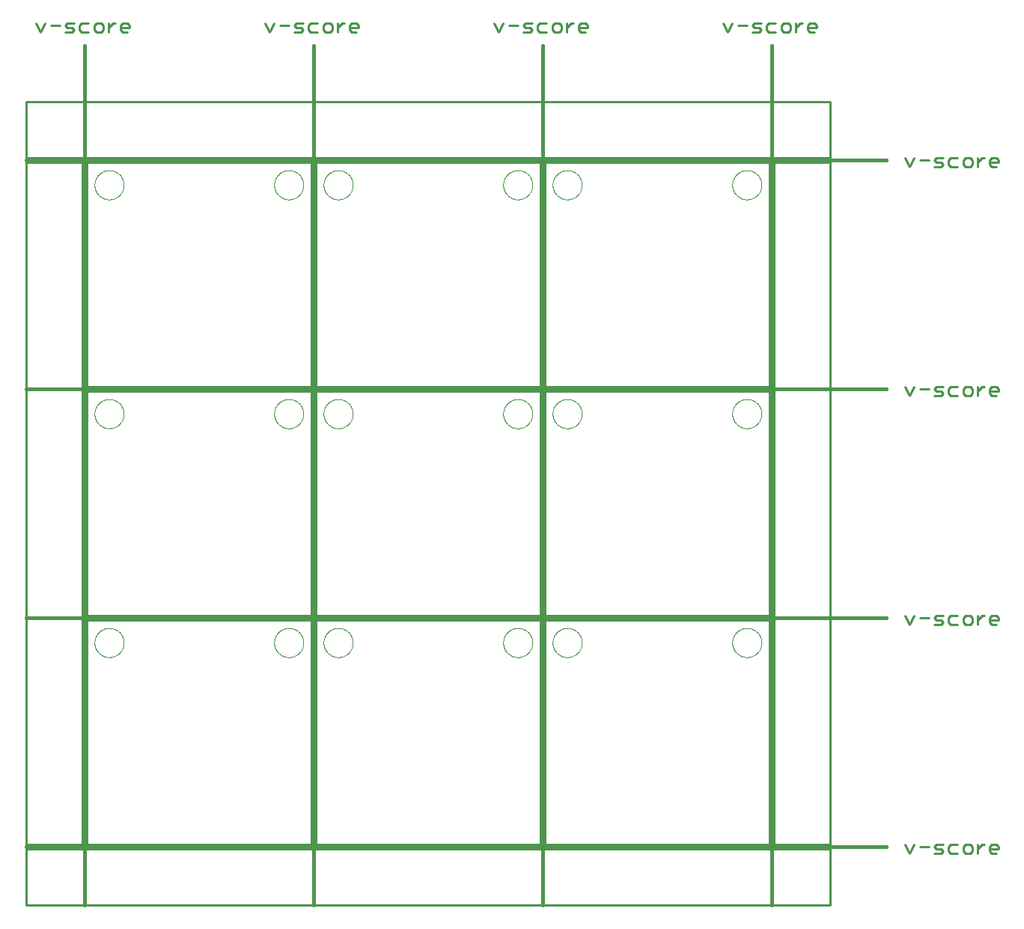
<source format=gko>
G75*
%MOIN*%
%OFA0B0*%
%FSLAX25Y25*%
%IPPOS*%
%LPD*%
%AMOC8*
5,1,8,0,0,1.08239X$1,22.5*
%
%ADD10C,0.01000*%
%ADD11C,0.01500*%
%ADD12C,0.01100*%
%ADD13C,0.00000*%
D10*
X0001750Y0001750D02*
X0001750Y0026750D01*
X0359750Y0026750D01*
X0359750Y0001750D01*
X0001750Y0001750D01*
X0001750Y0028750D02*
X0001750Y0332750D01*
X0026750Y0332750D01*
X0026750Y0028750D01*
X0001750Y0028750D01*
X0028750Y0028750D02*
X0128750Y0028750D01*
X0128750Y0128750D01*
X0028750Y0128750D01*
X0028750Y0028750D01*
X0130750Y0028750D02*
X0230750Y0028750D01*
X0230750Y0128750D01*
X0130750Y0128750D01*
X0130750Y0028750D01*
X0232750Y0028750D02*
X0332750Y0028750D01*
X0332750Y0128750D01*
X0232750Y0128750D01*
X0232750Y0028750D01*
X0334750Y0028750D02*
X0334750Y0332750D01*
X0359750Y0332750D01*
X0359750Y0028750D01*
X0334750Y0028750D01*
X0332750Y0130750D02*
X0232750Y0130750D01*
X0232750Y0230750D01*
X0332750Y0230750D01*
X0332750Y0130750D01*
X0230750Y0130750D02*
X0130750Y0130750D01*
X0130750Y0230750D01*
X0230750Y0230750D01*
X0230750Y0130750D01*
X0128750Y0130750D02*
X0028750Y0130750D01*
X0028750Y0230750D01*
X0128750Y0230750D01*
X0128750Y0130750D01*
X0128750Y0232750D02*
X0028750Y0232750D01*
X0028750Y0332750D01*
X0128750Y0332750D01*
X0128750Y0232750D01*
X0130750Y0232750D02*
X0230750Y0232750D01*
X0230750Y0332750D01*
X0130750Y0332750D01*
X0130750Y0232750D01*
X0232750Y0232750D02*
X0332750Y0232750D01*
X0332750Y0332750D01*
X0232750Y0332750D01*
X0232750Y0232750D01*
X0359750Y0334750D02*
X0001750Y0334750D01*
X0001750Y0359750D01*
X0359750Y0359750D01*
X0359750Y0334750D01*
D11*
X0384750Y0333750D02*
X0001750Y0333750D01*
X0027750Y0384750D02*
X0027750Y0001750D01*
X0001750Y0027750D02*
X0384750Y0027750D01*
X0333750Y0001750D02*
X0333750Y0384750D01*
X0231750Y0384750D02*
X0231750Y0001750D01*
X0129750Y0001750D02*
X0129750Y0384750D01*
X0001750Y0231750D02*
X0384750Y0231750D01*
X0384750Y0129750D02*
X0001750Y0129750D01*
D12*
X0008246Y0390800D02*
X0010215Y0394737D01*
X0012723Y0393753D02*
X0016660Y0393753D01*
X0019169Y0393753D02*
X0020153Y0394737D01*
X0023106Y0394737D01*
X0022121Y0392768D02*
X0020153Y0392768D01*
X0019169Y0393753D01*
X0019169Y0390800D02*
X0022121Y0390800D01*
X0023106Y0391784D01*
X0022121Y0392768D01*
X0025614Y0391784D02*
X0025614Y0393753D01*
X0026599Y0394737D01*
X0029551Y0394737D01*
X0032060Y0393753D02*
X0032060Y0391784D01*
X0033044Y0390800D01*
X0035012Y0390800D01*
X0035997Y0391784D01*
X0035997Y0393753D01*
X0035012Y0394737D01*
X0033044Y0394737D01*
X0032060Y0393753D01*
X0029551Y0390800D02*
X0026599Y0390800D01*
X0025614Y0391784D01*
X0038505Y0390800D02*
X0038505Y0394737D01*
X0038505Y0392768D02*
X0040474Y0394737D01*
X0041458Y0394737D01*
X0043877Y0393753D02*
X0044861Y0394737D01*
X0046829Y0394737D01*
X0047813Y0393753D01*
X0047813Y0392768D01*
X0043877Y0392768D01*
X0043877Y0391784D02*
X0043877Y0393753D01*
X0043877Y0391784D02*
X0044861Y0390800D01*
X0046829Y0390800D01*
X0008246Y0390800D02*
X0006278Y0394737D01*
X0108278Y0394737D02*
X0110246Y0390800D01*
X0112215Y0394737D01*
X0114723Y0393753D02*
X0118660Y0393753D01*
X0121169Y0393753D02*
X0122153Y0394737D01*
X0125106Y0394737D01*
X0124121Y0392768D02*
X0122153Y0392768D01*
X0121169Y0393753D01*
X0121169Y0390800D02*
X0124121Y0390800D01*
X0125106Y0391784D01*
X0124121Y0392768D01*
X0127614Y0391784D02*
X0127614Y0393753D01*
X0128599Y0394737D01*
X0131551Y0394737D01*
X0134060Y0393753D02*
X0134060Y0391784D01*
X0135044Y0390800D01*
X0137012Y0390800D01*
X0137997Y0391784D01*
X0137997Y0393753D01*
X0137012Y0394737D01*
X0135044Y0394737D01*
X0134060Y0393753D01*
X0131551Y0390800D02*
X0128599Y0390800D01*
X0127614Y0391784D01*
X0140505Y0390800D02*
X0140505Y0394737D01*
X0140505Y0392768D02*
X0142474Y0394737D01*
X0143458Y0394737D01*
X0145877Y0393753D02*
X0145877Y0391784D01*
X0146861Y0390800D01*
X0148829Y0390800D01*
X0149813Y0392768D02*
X0145877Y0392768D01*
X0145877Y0393753D02*
X0146861Y0394737D01*
X0148829Y0394737D01*
X0149813Y0393753D01*
X0149813Y0392768D01*
X0210278Y0394737D02*
X0212246Y0390800D01*
X0214215Y0394737D01*
X0216723Y0393753D02*
X0220660Y0393753D01*
X0223169Y0393753D02*
X0224153Y0394737D01*
X0227106Y0394737D01*
X0226121Y0392768D02*
X0224153Y0392768D01*
X0223169Y0393753D01*
X0223169Y0390800D02*
X0226121Y0390800D01*
X0227106Y0391784D01*
X0226121Y0392768D01*
X0229614Y0391784D02*
X0230599Y0390800D01*
X0233551Y0390800D01*
X0236060Y0391784D02*
X0237044Y0390800D01*
X0239012Y0390800D01*
X0239997Y0391784D01*
X0239997Y0393753D01*
X0239012Y0394737D01*
X0237044Y0394737D01*
X0236060Y0393753D01*
X0236060Y0391784D01*
X0233551Y0394737D02*
X0230599Y0394737D01*
X0229614Y0393753D01*
X0229614Y0391784D01*
X0242505Y0390800D02*
X0242505Y0394737D01*
X0242505Y0392768D02*
X0244474Y0394737D01*
X0245458Y0394737D01*
X0247877Y0393753D02*
X0247877Y0391784D01*
X0248861Y0390800D01*
X0250829Y0390800D01*
X0251813Y0392768D02*
X0247877Y0392768D01*
X0247877Y0393753D02*
X0248861Y0394737D01*
X0250829Y0394737D01*
X0251813Y0393753D01*
X0251813Y0392768D01*
X0312278Y0394737D02*
X0314246Y0390800D01*
X0316215Y0394737D01*
X0318723Y0393753D02*
X0322660Y0393753D01*
X0325169Y0393753D02*
X0326153Y0394737D01*
X0329106Y0394737D01*
X0328121Y0392768D02*
X0326153Y0392768D01*
X0325169Y0393753D01*
X0325169Y0390800D02*
X0328121Y0390800D01*
X0329106Y0391784D01*
X0328121Y0392768D01*
X0331614Y0391784D02*
X0332599Y0390800D01*
X0335551Y0390800D01*
X0338060Y0391784D02*
X0339044Y0390800D01*
X0341012Y0390800D01*
X0341997Y0391784D01*
X0341997Y0393753D01*
X0341012Y0394737D01*
X0339044Y0394737D01*
X0338060Y0393753D01*
X0338060Y0391784D01*
X0335551Y0394737D02*
X0332599Y0394737D01*
X0331614Y0393753D01*
X0331614Y0391784D01*
X0344505Y0390800D02*
X0344505Y0394737D01*
X0344505Y0392768D02*
X0346474Y0394737D01*
X0347458Y0394737D01*
X0349877Y0393753D02*
X0349877Y0391784D01*
X0350861Y0390800D01*
X0352829Y0390800D01*
X0353813Y0392768D02*
X0349877Y0392768D01*
X0349877Y0393753D02*
X0350861Y0394737D01*
X0352829Y0394737D01*
X0353813Y0393753D01*
X0353813Y0392768D01*
X0393278Y0334737D02*
X0395246Y0330800D01*
X0397215Y0334737D01*
X0399723Y0333753D02*
X0403660Y0333753D01*
X0406169Y0333753D02*
X0407153Y0334737D01*
X0410106Y0334737D01*
X0409121Y0332768D02*
X0410106Y0331784D01*
X0409121Y0330800D01*
X0406169Y0330800D01*
X0407153Y0332768D02*
X0406169Y0333753D01*
X0407153Y0332768D02*
X0409121Y0332768D01*
X0412614Y0331784D02*
X0413599Y0330800D01*
X0416551Y0330800D01*
X0419060Y0331784D02*
X0419060Y0333753D01*
X0420044Y0334737D01*
X0422012Y0334737D01*
X0422997Y0333753D01*
X0422997Y0331784D01*
X0422012Y0330800D01*
X0420044Y0330800D01*
X0419060Y0331784D01*
X0416551Y0334737D02*
X0413599Y0334737D01*
X0412614Y0333753D01*
X0412614Y0331784D01*
X0425505Y0330800D02*
X0425505Y0334737D01*
X0425505Y0332768D02*
X0427474Y0334737D01*
X0428458Y0334737D01*
X0430877Y0333753D02*
X0431861Y0334737D01*
X0433829Y0334737D01*
X0434813Y0333753D01*
X0434813Y0332768D01*
X0430877Y0332768D01*
X0430877Y0331784D02*
X0430877Y0333753D01*
X0430877Y0331784D02*
X0431861Y0330800D01*
X0433829Y0330800D01*
X0433829Y0232737D02*
X0434813Y0231753D01*
X0434813Y0230768D01*
X0430877Y0230768D01*
X0430877Y0229784D02*
X0430877Y0231753D01*
X0431861Y0232737D01*
X0433829Y0232737D01*
X0433829Y0228800D02*
X0431861Y0228800D01*
X0430877Y0229784D01*
X0428458Y0232737D02*
X0427474Y0232737D01*
X0425505Y0230768D01*
X0425505Y0228800D02*
X0425505Y0232737D01*
X0422997Y0231753D02*
X0422012Y0232737D01*
X0420044Y0232737D01*
X0419060Y0231753D01*
X0419060Y0229784D01*
X0420044Y0228800D01*
X0422012Y0228800D01*
X0422997Y0229784D01*
X0422997Y0231753D01*
X0416551Y0232737D02*
X0413599Y0232737D01*
X0412614Y0231753D01*
X0412614Y0229784D01*
X0413599Y0228800D01*
X0416551Y0228800D01*
X0410106Y0229784D02*
X0409121Y0230768D01*
X0407153Y0230768D01*
X0406169Y0231753D01*
X0407153Y0232737D01*
X0410106Y0232737D01*
X0410106Y0229784D02*
X0409121Y0228800D01*
X0406169Y0228800D01*
X0403660Y0231753D02*
X0399723Y0231753D01*
X0397215Y0232737D02*
X0395246Y0228800D01*
X0393278Y0232737D01*
X0393278Y0130737D02*
X0395246Y0126800D01*
X0397215Y0130737D01*
X0399723Y0129753D02*
X0403660Y0129753D01*
X0406169Y0129753D02*
X0407153Y0130737D01*
X0410106Y0130737D01*
X0409121Y0128768D02*
X0410106Y0127784D01*
X0409121Y0126800D01*
X0406169Y0126800D01*
X0407153Y0128768D02*
X0406169Y0129753D01*
X0407153Y0128768D02*
X0409121Y0128768D01*
X0412614Y0127784D02*
X0413599Y0126800D01*
X0416551Y0126800D01*
X0419060Y0127784D02*
X0419060Y0129753D01*
X0420044Y0130737D01*
X0422012Y0130737D01*
X0422997Y0129753D01*
X0422997Y0127784D01*
X0422012Y0126800D01*
X0420044Y0126800D01*
X0419060Y0127784D01*
X0416551Y0130737D02*
X0413599Y0130737D01*
X0412614Y0129753D01*
X0412614Y0127784D01*
X0425505Y0126800D02*
X0425505Y0130737D01*
X0425505Y0128768D02*
X0427474Y0130737D01*
X0428458Y0130737D01*
X0430877Y0129753D02*
X0431861Y0130737D01*
X0433829Y0130737D01*
X0434813Y0129753D01*
X0434813Y0128768D01*
X0430877Y0128768D01*
X0430877Y0127784D02*
X0430877Y0129753D01*
X0430877Y0127784D02*
X0431861Y0126800D01*
X0433829Y0126800D01*
X0433829Y0028737D02*
X0434813Y0027753D01*
X0434813Y0026768D01*
X0430877Y0026768D01*
X0430877Y0025784D02*
X0430877Y0027753D01*
X0431861Y0028737D01*
X0433829Y0028737D01*
X0433829Y0024800D02*
X0431861Y0024800D01*
X0430877Y0025784D01*
X0428458Y0028737D02*
X0427474Y0028737D01*
X0425505Y0026768D01*
X0425505Y0024800D02*
X0425505Y0028737D01*
X0422997Y0027753D02*
X0422012Y0028737D01*
X0420044Y0028737D01*
X0419060Y0027753D01*
X0419060Y0025784D01*
X0420044Y0024800D01*
X0422012Y0024800D01*
X0422997Y0025784D01*
X0422997Y0027753D01*
X0416551Y0028737D02*
X0413599Y0028737D01*
X0412614Y0027753D01*
X0412614Y0025784D01*
X0413599Y0024800D01*
X0416551Y0024800D01*
X0410106Y0025784D02*
X0409121Y0026768D01*
X0407153Y0026768D01*
X0406169Y0027753D01*
X0407153Y0028737D01*
X0410106Y0028737D01*
X0410106Y0025784D02*
X0409121Y0024800D01*
X0406169Y0024800D01*
X0403660Y0027753D02*
X0399723Y0027753D01*
X0397215Y0028737D02*
X0395246Y0024800D01*
X0393278Y0028737D01*
D13*
X0316250Y0118750D02*
X0316252Y0118911D01*
X0316258Y0119071D01*
X0316268Y0119232D01*
X0316282Y0119392D01*
X0316300Y0119552D01*
X0316321Y0119711D01*
X0316347Y0119870D01*
X0316377Y0120028D01*
X0316410Y0120185D01*
X0316448Y0120342D01*
X0316489Y0120497D01*
X0316534Y0120651D01*
X0316583Y0120804D01*
X0316636Y0120956D01*
X0316692Y0121107D01*
X0316753Y0121256D01*
X0316816Y0121404D01*
X0316884Y0121550D01*
X0316955Y0121694D01*
X0317029Y0121836D01*
X0317107Y0121977D01*
X0317189Y0122115D01*
X0317274Y0122252D01*
X0317362Y0122386D01*
X0317454Y0122518D01*
X0317549Y0122648D01*
X0317647Y0122776D01*
X0317748Y0122901D01*
X0317852Y0123023D01*
X0317959Y0123143D01*
X0318069Y0123260D01*
X0318182Y0123375D01*
X0318298Y0123486D01*
X0318417Y0123595D01*
X0318538Y0123700D01*
X0318662Y0123803D01*
X0318788Y0123903D01*
X0318916Y0123999D01*
X0319047Y0124092D01*
X0319181Y0124182D01*
X0319316Y0124269D01*
X0319454Y0124352D01*
X0319593Y0124432D01*
X0319735Y0124508D01*
X0319878Y0124581D01*
X0320023Y0124650D01*
X0320170Y0124716D01*
X0320318Y0124778D01*
X0320468Y0124836D01*
X0320619Y0124891D01*
X0320772Y0124942D01*
X0320926Y0124989D01*
X0321081Y0125032D01*
X0321237Y0125071D01*
X0321393Y0125107D01*
X0321551Y0125138D01*
X0321709Y0125166D01*
X0321868Y0125190D01*
X0322028Y0125210D01*
X0322188Y0125226D01*
X0322348Y0125238D01*
X0322509Y0125246D01*
X0322670Y0125250D01*
X0322830Y0125250D01*
X0322991Y0125246D01*
X0323152Y0125238D01*
X0323312Y0125226D01*
X0323472Y0125210D01*
X0323632Y0125190D01*
X0323791Y0125166D01*
X0323949Y0125138D01*
X0324107Y0125107D01*
X0324263Y0125071D01*
X0324419Y0125032D01*
X0324574Y0124989D01*
X0324728Y0124942D01*
X0324881Y0124891D01*
X0325032Y0124836D01*
X0325182Y0124778D01*
X0325330Y0124716D01*
X0325477Y0124650D01*
X0325622Y0124581D01*
X0325765Y0124508D01*
X0325907Y0124432D01*
X0326046Y0124352D01*
X0326184Y0124269D01*
X0326319Y0124182D01*
X0326453Y0124092D01*
X0326584Y0123999D01*
X0326712Y0123903D01*
X0326838Y0123803D01*
X0326962Y0123700D01*
X0327083Y0123595D01*
X0327202Y0123486D01*
X0327318Y0123375D01*
X0327431Y0123260D01*
X0327541Y0123143D01*
X0327648Y0123023D01*
X0327752Y0122901D01*
X0327853Y0122776D01*
X0327951Y0122648D01*
X0328046Y0122518D01*
X0328138Y0122386D01*
X0328226Y0122252D01*
X0328311Y0122115D01*
X0328393Y0121977D01*
X0328471Y0121836D01*
X0328545Y0121694D01*
X0328616Y0121550D01*
X0328684Y0121404D01*
X0328747Y0121256D01*
X0328808Y0121107D01*
X0328864Y0120956D01*
X0328917Y0120804D01*
X0328966Y0120651D01*
X0329011Y0120497D01*
X0329052Y0120342D01*
X0329090Y0120185D01*
X0329123Y0120028D01*
X0329153Y0119870D01*
X0329179Y0119711D01*
X0329200Y0119552D01*
X0329218Y0119392D01*
X0329232Y0119232D01*
X0329242Y0119071D01*
X0329248Y0118911D01*
X0329250Y0118750D01*
X0329248Y0118589D01*
X0329242Y0118429D01*
X0329232Y0118268D01*
X0329218Y0118108D01*
X0329200Y0117948D01*
X0329179Y0117789D01*
X0329153Y0117630D01*
X0329123Y0117472D01*
X0329090Y0117315D01*
X0329052Y0117158D01*
X0329011Y0117003D01*
X0328966Y0116849D01*
X0328917Y0116696D01*
X0328864Y0116544D01*
X0328808Y0116393D01*
X0328747Y0116244D01*
X0328684Y0116096D01*
X0328616Y0115950D01*
X0328545Y0115806D01*
X0328471Y0115664D01*
X0328393Y0115523D01*
X0328311Y0115385D01*
X0328226Y0115248D01*
X0328138Y0115114D01*
X0328046Y0114982D01*
X0327951Y0114852D01*
X0327853Y0114724D01*
X0327752Y0114599D01*
X0327648Y0114477D01*
X0327541Y0114357D01*
X0327431Y0114240D01*
X0327318Y0114125D01*
X0327202Y0114014D01*
X0327083Y0113905D01*
X0326962Y0113800D01*
X0326838Y0113697D01*
X0326712Y0113597D01*
X0326584Y0113501D01*
X0326453Y0113408D01*
X0326319Y0113318D01*
X0326184Y0113231D01*
X0326046Y0113148D01*
X0325907Y0113068D01*
X0325765Y0112992D01*
X0325622Y0112919D01*
X0325477Y0112850D01*
X0325330Y0112784D01*
X0325182Y0112722D01*
X0325032Y0112664D01*
X0324881Y0112609D01*
X0324728Y0112558D01*
X0324574Y0112511D01*
X0324419Y0112468D01*
X0324263Y0112429D01*
X0324107Y0112393D01*
X0323949Y0112362D01*
X0323791Y0112334D01*
X0323632Y0112310D01*
X0323472Y0112290D01*
X0323312Y0112274D01*
X0323152Y0112262D01*
X0322991Y0112254D01*
X0322830Y0112250D01*
X0322670Y0112250D01*
X0322509Y0112254D01*
X0322348Y0112262D01*
X0322188Y0112274D01*
X0322028Y0112290D01*
X0321868Y0112310D01*
X0321709Y0112334D01*
X0321551Y0112362D01*
X0321393Y0112393D01*
X0321237Y0112429D01*
X0321081Y0112468D01*
X0320926Y0112511D01*
X0320772Y0112558D01*
X0320619Y0112609D01*
X0320468Y0112664D01*
X0320318Y0112722D01*
X0320170Y0112784D01*
X0320023Y0112850D01*
X0319878Y0112919D01*
X0319735Y0112992D01*
X0319593Y0113068D01*
X0319454Y0113148D01*
X0319316Y0113231D01*
X0319181Y0113318D01*
X0319047Y0113408D01*
X0318916Y0113501D01*
X0318788Y0113597D01*
X0318662Y0113697D01*
X0318538Y0113800D01*
X0318417Y0113905D01*
X0318298Y0114014D01*
X0318182Y0114125D01*
X0318069Y0114240D01*
X0317959Y0114357D01*
X0317852Y0114477D01*
X0317748Y0114599D01*
X0317647Y0114724D01*
X0317549Y0114852D01*
X0317454Y0114982D01*
X0317362Y0115114D01*
X0317274Y0115248D01*
X0317189Y0115385D01*
X0317107Y0115523D01*
X0317029Y0115664D01*
X0316955Y0115806D01*
X0316884Y0115950D01*
X0316816Y0116096D01*
X0316753Y0116244D01*
X0316692Y0116393D01*
X0316636Y0116544D01*
X0316583Y0116696D01*
X0316534Y0116849D01*
X0316489Y0117003D01*
X0316448Y0117158D01*
X0316410Y0117315D01*
X0316377Y0117472D01*
X0316347Y0117630D01*
X0316321Y0117789D01*
X0316300Y0117948D01*
X0316282Y0118108D01*
X0316268Y0118268D01*
X0316258Y0118429D01*
X0316252Y0118589D01*
X0316250Y0118750D01*
X0236250Y0118750D02*
X0236252Y0118911D01*
X0236258Y0119071D01*
X0236268Y0119232D01*
X0236282Y0119392D01*
X0236300Y0119552D01*
X0236321Y0119711D01*
X0236347Y0119870D01*
X0236377Y0120028D01*
X0236410Y0120185D01*
X0236448Y0120342D01*
X0236489Y0120497D01*
X0236534Y0120651D01*
X0236583Y0120804D01*
X0236636Y0120956D01*
X0236692Y0121107D01*
X0236753Y0121256D01*
X0236816Y0121404D01*
X0236884Y0121550D01*
X0236955Y0121694D01*
X0237029Y0121836D01*
X0237107Y0121977D01*
X0237189Y0122115D01*
X0237274Y0122252D01*
X0237362Y0122386D01*
X0237454Y0122518D01*
X0237549Y0122648D01*
X0237647Y0122776D01*
X0237748Y0122901D01*
X0237852Y0123023D01*
X0237959Y0123143D01*
X0238069Y0123260D01*
X0238182Y0123375D01*
X0238298Y0123486D01*
X0238417Y0123595D01*
X0238538Y0123700D01*
X0238662Y0123803D01*
X0238788Y0123903D01*
X0238916Y0123999D01*
X0239047Y0124092D01*
X0239181Y0124182D01*
X0239316Y0124269D01*
X0239454Y0124352D01*
X0239593Y0124432D01*
X0239735Y0124508D01*
X0239878Y0124581D01*
X0240023Y0124650D01*
X0240170Y0124716D01*
X0240318Y0124778D01*
X0240468Y0124836D01*
X0240619Y0124891D01*
X0240772Y0124942D01*
X0240926Y0124989D01*
X0241081Y0125032D01*
X0241237Y0125071D01*
X0241393Y0125107D01*
X0241551Y0125138D01*
X0241709Y0125166D01*
X0241868Y0125190D01*
X0242028Y0125210D01*
X0242188Y0125226D01*
X0242348Y0125238D01*
X0242509Y0125246D01*
X0242670Y0125250D01*
X0242830Y0125250D01*
X0242991Y0125246D01*
X0243152Y0125238D01*
X0243312Y0125226D01*
X0243472Y0125210D01*
X0243632Y0125190D01*
X0243791Y0125166D01*
X0243949Y0125138D01*
X0244107Y0125107D01*
X0244263Y0125071D01*
X0244419Y0125032D01*
X0244574Y0124989D01*
X0244728Y0124942D01*
X0244881Y0124891D01*
X0245032Y0124836D01*
X0245182Y0124778D01*
X0245330Y0124716D01*
X0245477Y0124650D01*
X0245622Y0124581D01*
X0245765Y0124508D01*
X0245907Y0124432D01*
X0246046Y0124352D01*
X0246184Y0124269D01*
X0246319Y0124182D01*
X0246453Y0124092D01*
X0246584Y0123999D01*
X0246712Y0123903D01*
X0246838Y0123803D01*
X0246962Y0123700D01*
X0247083Y0123595D01*
X0247202Y0123486D01*
X0247318Y0123375D01*
X0247431Y0123260D01*
X0247541Y0123143D01*
X0247648Y0123023D01*
X0247752Y0122901D01*
X0247853Y0122776D01*
X0247951Y0122648D01*
X0248046Y0122518D01*
X0248138Y0122386D01*
X0248226Y0122252D01*
X0248311Y0122115D01*
X0248393Y0121977D01*
X0248471Y0121836D01*
X0248545Y0121694D01*
X0248616Y0121550D01*
X0248684Y0121404D01*
X0248747Y0121256D01*
X0248808Y0121107D01*
X0248864Y0120956D01*
X0248917Y0120804D01*
X0248966Y0120651D01*
X0249011Y0120497D01*
X0249052Y0120342D01*
X0249090Y0120185D01*
X0249123Y0120028D01*
X0249153Y0119870D01*
X0249179Y0119711D01*
X0249200Y0119552D01*
X0249218Y0119392D01*
X0249232Y0119232D01*
X0249242Y0119071D01*
X0249248Y0118911D01*
X0249250Y0118750D01*
X0249248Y0118589D01*
X0249242Y0118429D01*
X0249232Y0118268D01*
X0249218Y0118108D01*
X0249200Y0117948D01*
X0249179Y0117789D01*
X0249153Y0117630D01*
X0249123Y0117472D01*
X0249090Y0117315D01*
X0249052Y0117158D01*
X0249011Y0117003D01*
X0248966Y0116849D01*
X0248917Y0116696D01*
X0248864Y0116544D01*
X0248808Y0116393D01*
X0248747Y0116244D01*
X0248684Y0116096D01*
X0248616Y0115950D01*
X0248545Y0115806D01*
X0248471Y0115664D01*
X0248393Y0115523D01*
X0248311Y0115385D01*
X0248226Y0115248D01*
X0248138Y0115114D01*
X0248046Y0114982D01*
X0247951Y0114852D01*
X0247853Y0114724D01*
X0247752Y0114599D01*
X0247648Y0114477D01*
X0247541Y0114357D01*
X0247431Y0114240D01*
X0247318Y0114125D01*
X0247202Y0114014D01*
X0247083Y0113905D01*
X0246962Y0113800D01*
X0246838Y0113697D01*
X0246712Y0113597D01*
X0246584Y0113501D01*
X0246453Y0113408D01*
X0246319Y0113318D01*
X0246184Y0113231D01*
X0246046Y0113148D01*
X0245907Y0113068D01*
X0245765Y0112992D01*
X0245622Y0112919D01*
X0245477Y0112850D01*
X0245330Y0112784D01*
X0245182Y0112722D01*
X0245032Y0112664D01*
X0244881Y0112609D01*
X0244728Y0112558D01*
X0244574Y0112511D01*
X0244419Y0112468D01*
X0244263Y0112429D01*
X0244107Y0112393D01*
X0243949Y0112362D01*
X0243791Y0112334D01*
X0243632Y0112310D01*
X0243472Y0112290D01*
X0243312Y0112274D01*
X0243152Y0112262D01*
X0242991Y0112254D01*
X0242830Y0112250D01*
X0242670Y0112250D01*
X0242509Y0112254D01*
X0242348Y0112262D01*
X0242188Y0112274D01*
X0242028Y0112290D01*
X0241868Y0112310D01*
X0241709Y0112334D01*
X0241551Y0112362D01*
X0241393Y0112393D01*
X0241237Y0112429D01*
X0241081Y0112468D01*
X0240926Y0112511D01*
X0240772Y0112558D01*
X0240619Y0112609D01*
X0240468Y0112664D01*
X0240318Y0112722D01*
X0240170Y0112784D01*
X0240023Y0112850D01*
X0239878Y0112919D01*
X0239735Y0112992D01*
X0239593Y0113068D01*
X0239454Y0113148D01*
X0239316Y0113231D01*
X0239181Y0113318D01*
X0239047Y0113408D01*
X0238916Y0113501D01*
X0238788Y0113597D01*
X0238662Y0113697D01*
X0238538Y0113800D01*
X0238417Y0113905D01*
X0238298Y0114014D01*
X0238182Y0114125D01*
X0238069Y0114240D01*
X0237959Y0114357D01*
X0237852Y0114477D01*
X0237748Y0114599D01*
X0237647Y0114724D01*
X0237549Y0114852D01*
X0237454Y0114982D01*
X0237362Y0115114D01*
X0237274Y0115248D01*
X0237189Y0115385D01*
X0237107Y0115523D01*
X0237029Y0115664D01*
X0236955Y0115806D01*
X0236884Y0115950D01*
X0236816Y0116096D01*
X0236753Y0116244D01*
X0236692Y0116393D01*
X0236636Y0116544D01*
X0236583Y0116696D01*
X0236534Y0116849D01*
X0236489Y0117003D01*
X0236448Y0117158D01*
X0236410Y0117315D01*
X0236377Y0117472D01*
X0236347Y0117630D01*
X0236321Y0117789D01*
X0236300Y0117948D01*
X0236282Y0118108D01*
X0236268Y0118268D01*
X0236258Y0118429D01*
X0236252Y0118589D01*
X0236250Y0118750D01*
X0214250Y0118750D02*
X0214252Y0118911D01*
X0214258Y0119071D01*
X0214268Y0119232D01*
X0214282Y0119392D01*
X0214300Y0119552D01*
X0214321Y0119711D01*
X0214347Y0119870D01*
X0214377Y0120028D01*
X0214410Y0120185D01*
X0214448Y0120342D01*
X0214489Y0120497D01*
X0214534Y0120651D01*
X0214583Y0120804D01*
X0214636Y0120956D01*
X0214692Y0121107D01*
X0214753Y0121256D01*
X0214816Y0121404D01*
X0214884Y0121550D01*
X0214955Y0121694D01*
X0215029Y0121836D01*
X0215107Y0121977D01*
X0215189Y0122115D01*
X0215274Y0122252D01*
X0215362Y0122386D01*
X0215454Y0122518D01*
X0215549Y0122648D01*
X0215647Y0122776D01*
X0215748Y0122901D01*
X0215852Y0123023D01*
X0215959Y0123143D01*
X0216069Y0123260D01*
X0216182Y0123375D01*
X0216298Y0123486D01*
X0216417Y0123595D01*
X0216538Y0123700D01*
X0216662Y0123803D01*
X0216788Y0123903D01*
X0216916Y0123999D01*
X0217047Y0124092D01*
X0217181Y0124182D01*
X0217316Y0124269D01*
X0217454Y0124352D01*
X0217593Y0124432D01*
X0217735Y0124508D01*
X0217878Y0124581D01*
X0218023Y0124650D01*
X0218170Y0124716D01*
X0218318Y0124778D01*
X0218468Y0124836D01*
X0218619Y0124891D01*
X0218772Y0124942D01*
X0218926Y0124989D01*
X0219081Y0125032D01*
X0219237Y0125071D01*
X0219393Y0125107D01*
X0219551Y0125138D01*
X0219709Y0125166D01*
X0219868Y0125190D01*
X0220028Y0125210D01*
X0220188Y0125226D01*
X0220348Y0125238D01*
X0220509Y0125246D01*
X0220670Y0125250D01*
X0220830Y0125250D01*
X0220991Y0125246D01*
X0221152Y0125238D01*
X0221312Y0125226D01*
X0221472Y0125210D01*
X0221632Y0125190D01*
X0221791Y0125166D01*
X0221949Y0125138D01*
X0222107Y0125107D01*
X0222263Y0125071D01*
X0222419Y0125032D01*
X0222574Y0124989D01*
X0222728Y0124942D01*
X0222881Y0124891D01*
X0223032Y0124836D01*
X0223182Y0124778D01*
X0223330Y0124716D01*
X0223477Y0124650D01*
X0223622Y0124581D01*
X0223765Y0124508D01*
X0223907Y0124432D01*
X0224046Y0124352D01*
X0224184Y0124269D01*
X0224319Y0124182D01*
X0224453Y0124092D01*
X0224584Y0123999D01*
X0224712Y0123903D01*
X0224838Y0123803D01*
X0224962Y0123700D01*
X0225083Y0123595D01*
X0225202Y0123486D01*
X0225318Y0123375D01*
X0225431Y0123260D01*
X0225541Y0123143D01*
X0225648Y0123023D01*
X0225752Y0122901D01*
X0225853Y0122776D01*
X0225951Y0122648D01*
X0226046Y0122518D01*
X0226138Y0122386D01*
X0226226Y0122252D01*
X0226311Y0122115D01*
X0226393Y0121977D01*
X0226471Y0121836D01*
X0226545Y0121694D01*
X0226616Y0121550D01*
X0226684Y0121404D01*
X0226747Y0121256D01*
X0226808Y0121107D01*
X0226864Y0120956D01*
X0226917Y0120804D01*
X0226966Y0120651D01*
X0227011Y0120497D01*
X0227052Y0120342D01*
X0227090Y0120185D01*
X0227123Y0120028D01*
X0227153Y0119870D01*
X0227179Y0119711D01*
X0227200Y0119552D01*
X0227218Y0119392D01*
X0227232Y0119232D01*
X0227242Y0119071D01*
X0227248Y0118911D01*
X0227250Y0118750D01*
X0227248Y0118589D01*
X0227242Y0118429D01*
X0227232Y0118268D01*
X0227218Y0118108D01*
X0227200Y0117948D01*
X0227179Y0117789D01*
X0227153Y0117630D01*
X0227123Y0117472D01*
X0227090Y0117315D01*
X0227052Y0117158D01*
X0227011Y0117003D01*
X0226966Y0116849D01*
X0226917Y0116696D01*
X0226864Y0116544D01*
X0226808Y0116393D01*
X0226747Y0116244D01*
X0226684Y0116096D01*
X0226616Y0115950D01*
X0226545Y0115806D01*
X0226471Y0115664D01*
X0226393Y0115523D01*
X0226311Y0115385D01*
X0226226Y0115248D01*
X0226138Y0115114D01*
X0226046Y0114982D01*
X0225951Y0114852D01*
X0225853Y0114724D01*
X0225752Y0114599D01*
X0225648Y0114477D01*
X0225541Y0114357D01*
X0225431Y0114240D01*
X0225318Y0114125D01*
X0225202Y0114014D01*
X0225083Y0113905D01*
X0224962Y0113800D01*
X0224838Y0113697D01*
X0224712Y0113597D01*
X0224584Y0113501D01*
X0224453Y0113408D01*
X0224319Y0113318D01*
X0224184Y0113231D01*
X0224046Y0113148D01*
X0223907Y0113068D01*
X0223765Y0112992D01*
X0223622Y0112919D01*
X0223477Y0112850D01*
X0223330Y0112784D01*
X0223182Y0112722D01*
X0223032Y0112664D01*
X0222881Y0112609D01*
X0222728Y0112558D01*
X0222574Y0112511D01*
X0222419Y0112468D01*
X0222263Y0112429D01*
X0222107Y0112393D01*
X0221949Y0112362D01*
X0221791Y0112334D01*
X0221632Y0112310D01*
X0221472Y0112290D01*
X0221312Y0112274D01*
X0221152Y0112262D01*
X0220991Y0112254D01*
X0220830Y0112250D01*
X0220670Y0112250D01*
X0220509Y0112254D01*
X0220348Y0112262D01*
X0220188Y0112274D01*
X0220028Y0112290D01*
X0219868Y0112310D01*
X0219709Y0112334D01*
X0219551Y0112362D01*
X0219393Y0112393D01*
X0219237Y0112429D01*
X0219081Y0112468D01*
X0218926Y0112511D01*
X0218772Y0112558D01*
X0218619Y0112609D01*
X0218468Y0112664D01*
X0218318Y0112722D01*
X0218170Y0112784D01*
X0218023Y0112850D01*
X0217878Y0112919D01*
X0217735Y0112992D01*
X0217593Y0113068D01*
X0217454Y0113148D01*
X0217316Y0113231D01*
X0217181Y0113318D01*
X0217047Y0113408D01*
X0216916Y0113501D01*
X0216788Y0113597D01*
X0216662Y0113697D01*
X0216538Y0113800D01*
X0216417Y0113905D01*
X0216298Y0114014D01*
X0216182Y0114125D01*
X0216069Y0114240D01*
X0215959Y0114357D01*
X0215852Y0114477D01*
X0215748Y0114599D01*
X0215647Y0114724D01*
X0215549Y0114852D01*
X0215454Y0114982D01*
X0215362Y0115114D01*
X0215274Y0115248D01*
X0215189Y0115385D01*
X0215107Y0115523D01*
X0215029Y0115664D01*
X0214955Y0115806D01*
X0214884Y0115950D01*
X0214816Y0116096D01*
X0214753Y0116244D01*
X0214692Y0116393D01*
X0214636Y0116544D01*
X0214583Y0116696D01*
X0214534Y0116849D01*
X0214489Y0117003D01*
X0214448Y0117158D01*
X0214410Y0117315D01*
X0214377Y0117472D01*
X0214347Y0117630D01*
X0214321Y0117789D01*
X0214300Y0117948D01*
X0214282Y0118108D01*
X0214268Y0118268D01*
X0214258Y0118429D01*
X0214252Y0118589D01*
X0214250Y0118750D01*
X0134250Y0118750D02*
X0134252Y0118911D01*
X0134258Y0119071D01*
X0134268Y0119232D01*
X0134282Y0119392D01*
X0134300Y0119552D01*
X0134321Y0119711D01*
X0134347Y0119870D01*
X0134377Y0120028D01*
X0134410Y0120185D01*
X0134448Y0120342D01*
X0134489Y0120497D01*
X0134534Y0120651D01*
X0134583Y0120804D01*
X0134636Y0120956D01*
X0134692Y0121107D01*
X0134753Y0121256D01*
X0134816Y0121404D01*
X0134884Y0121550D01*
X0134955Y0121694D01*
X0135029Y0121836D01*
X0135107Y0121977D01*
X0135189Y0122115D01*
X0135274Y0122252D01*
X0135362Y0122386D01*
X0135454Y0122518D01*
X0135549Y0122648D01*
X0135647Y0122776D01*
X0135748Y0122901D01*
X0135852Y0123023D01*
X0135959Y0123143D01*
X0136069Y0123260D01*
X0136182Y0123375D01*
X0136298Y0123486D01*
X0136417Y0123595D01*
X0136538Y0123700D01*
X0136662Y0123803D01*
X0136788Y0123903D01*
X0136916Y0123999D01*
X0137047Y0124092D01*
X0137181Y0124182D01*
X0137316Y0124269D01*
X0137454Y0124352D01*
X0137593Y0124432D01*
X0137735Y0124508D01*
X0137878Y0124581D01*
X0138023Y0124650D01*
X0138170Y0124716D01*
X0138318Y0124778D01*
X0138468Y0124836D01*
X0138619Y0124891D01*
X0138772Y0124942D01*
X0138926Y0124989D01*
X0139081Y0125032D01*
X0139237Y0125071D01*
X0139393Y0125107D01*
X0139551Y0125138D01*
X0139709Y0125166D01*
X0139868Y0125190D01*
X0140028Y0125210D01*
X0140188Y0125226D01*
X0140348Y0125238D01*
X0140509Y0125246D01*
X0140670Y0125250D01*
X0140830Y0125250D01*
X0140991Y0125246D01*
X0141152Y0125238D01*
X0141312Y0125226D01*
X0141472Y0125210D01*
X0141632Y0125190D01*
X0141791Y0125166D01*
X0141949Y0125138D01*
X0142107Y0125107D01*
X0142263Y0125071D01*
X0142419Y0125032D01*
X0142574Y0124989D01*
X0142728Y0124942D01*
X0142881Y0124891D01*
X0143032Y0124836D01*
X0143182Y0124778D01*
X0143330Y0124716D01*
X0143477Y0124650D01*
X0143622Y0124581D01*
X0143765Y0124508D01*
X0143907Y0124432D01*
X0144046Y0124352D01*
X0144184Y0124269D01*
X0144319Y0124182D01*
X0144453Y0124092D01*
X0144584Y0123999D01*
X0144712Y0123903D01*
X0144838Y0123803D01*
X0144962Y0123700D01*
X0145083Y0123595D01*
X0145202Y0123486D01*
X0145318Y0123375D01*
X0145431Y0123260D01*
X0145541Y0123143D01*
X0145648Y0123023D01*
X0145752Y0122901D01*
X0145853Y0122776D01*
X0145951Y0122648D01*
X0146046Y0122518D01*
X0146138Y0122386D01*
X0146226Y0122252D01*
X0146311Y0122115D01*
X0146393Y0121977D01*
X0146471Y0121836D01*
X0146545Y0121694D01*
X0146616Y0121550D01*
X0146684Y0121404D01*
X0146747Y0121256D01*
X0146808Y0121107D01*
X0146864Y0120956D01*
X0146917Y0120804D01*
X0146966Y0120651D01*
X0147011Y0120497D01*
X0147052Y0120342D01*
X0147090Y0120185D01*
X0147123Y0120028D01*
X0147153Y0119870D01*
X0147179Y0119711D01*
X0147200Y0119552D01*
X0147218Y0119392D01*
X0147232Y0119232D01*
X0147242Y0119071D01*
X0147248Y0118911D01*
X0147250Y0118750D01*
X0147248Y0118589D01*
X0147242Y0118429D01*
X0147232Y0118268D01*
X0147218Y0118108D01*
X0147200Y0117948D01*
X0147179Y0117789D01*
X0147153Y0117630D01*
X0147123Y0117472D01*
X0147090Y0117315D01*
X0147052Y0117158D01*
X0147011Y0117003D01*
X0146966Y0116849D01*
X0146917Y0116696D01*
X0146864Y0116544D01*
X0146808Y0116393D01*
X0146747Y0116244D01*
X0146684Y0116096D01*
X0146616Y0115950D01*
X0146545Y0115806D01*
X0146471Y0115664D01*
X0146393Y0115523D01*
X0146311Y0115385D01*
X0146226Y0115248D01*
X0146138Y0115114D01*
X0146046Y0114982D01*
X0145951Y0114852D01*
X0145853Y0114724D01*
X0145752Y0114599D01*
X0145648Y0114477D01*
X0145541Y0114357D01*
X0145431Y0114240D01*
X0145318Y0114125D01*
X0145202Y0114014D01*
X0145083Y0113905D01*
X0144962Y0113800D01*
X0144838Y0113697D01*
X0144712Y0113597D01*
X0144584Y0113501D01*
X0144453Y0113408D01*
X0144319Y0113318D01*
X0144184Y0113231D01*
X0144046Y0113148D01*
X0143907Y0113068D01*
X0143765Y0112992D01*
X0143622Y0112919D01*
X0143477Y0112850D01*
X0143330Y0112784D01*
X0143182Y0112722D01*
X0143032Y0112664D01*
X0142881Y0112609D01*
X0142728Y0112558D01*
X0142574Y0112511D01*
X0142419Y0112468D01*
X0142263Y0112429D01*
X0142107Y0112393D01*
X0141949Y0112362D01*
X0141791Y0112334D01*
X0141632Y0112310D01*
X0141472Y0112290D01*
X0141312Y0112274D01*
X0141152Y0112262D01*
X0140991Y0112254D01*
X0140830Y0112250D01*
X0140670Y0112250D01*
X0140509Y0112254D01*
X0140348Y0112262D01*
X0140188Y0112274D01*
X0140028Y0112290D01*
X0139868Y0112310D01*
X0139709Y0112334D01*
X0139551Y0112362D01*
X0139393Y0112393D01*
X0139237Y0112429D01*
X0139081Y0112468D01*
X0138926Y0112511D01*
X0138772Y0112558D01*
X0138619Y0112609D01*
X0138468Y0112664D01*
X0138318Y0112722D01*
X0138170Y0112784D01*
X0138023Y0112850D01*
X0137878Y0112919D01*
X0137735Y0112992D01*
X0137593Y0113068D01*
X0137454Y0113148D01*
X0137316Y0113231D01*
X0137181Y0113318D01*
X0137047Y0113408D01*
X0136916Y0113501D01*
X0136788Y0113597D01*
X0136662Y0113697D01*
X0136538Y0113800D01*
X0136417Y0113905D01*
X0136298Y0114014D01*
X0136182Y0114125D01*
X0136069Y0114240D01*
X0135959Y0114357D01*
X0135852Y0114477D01*
X0135748Y0114599D01*
X0135647Y0114724D01*
X0135549Y0114852D01*
X0135454Y0114982D01*
X0135362Y0115114D01*
X0135274Y0115248D01*
X0135189Y0115385D01*
X0135107Y0115523D01*
X0135029Y0115664D01*
X0134955Y0115806D01*
X0134884Y0115950D01*
X0134816Y0116096D01*
X0134753Y0116244D01*
X0134692Y0116393D01*
X0134636Y0116544D01*
X0134583Y0116696D01*
X0134534Y0116849D01*
X0134489Y0117003D01*
X0134448Y0117158D01*
X0134410Y0117315D01*
X0134377Y0117472D01*
X0134347Y0117630D01*
X0134321Y0117789D01*
X0134300Y0117948D01*
X0134282Y0118108D01*
X0134268Y0118268D01*
X0134258Y0118429D01*
X0134252Y0118589D01*
X0134250Y0118750D01*
X0112250Y0118750D02*
X0112252Y0118911D01*
X0112258Y0119071D01*
X0112268Y0119232D01*
X0112282Y0119392D01*
X0112300Y0119552D01*
X0112321Y0119711D01*
X0112347Y0119870D01*
X0112377Y0120028D01*
X0112410Y0120185D01*
X0112448Y0120342D01*
X0112489Y0120497D01*
X0112534Y0120651D01*
X0112583Y0120804D01*
X0112636Y0120956D01*
X0112692Y0121107D01*
X0112753Y0121256D01*
X0112816Y0121404D01*
X0112884Y0121550D01*
X0112955Y0121694D01*
X0113029Y0121836D01*
X0113107Y0121977D01*
X0113189Y0122115D01*
X0113274Y0122252D01*
X0113362Y0122386D01*
X0113454Y0122518D01*
X0113549Y0122648D01*
X0113647Y0122776D01*
X0113748Y0122901D01*
X0113852Y0123023D01*
X0113959Y0123143D01*
X0114069Y0123260D01*
X0114182Y0123375D01*
X0114298Y0123486D01*
X0114417Y0123595D01*
X0114538Y0123700D01*
X0114662Y0123803D01*
X0114788Y0123903D01*
X0114916Y0123999D01*
X0115047Y0124092D01*
X0115181Y0124182D01*
X0115316Y0124269D01*
X0115454Y0124352D01*
X0115593Y0124432D01*
X0115735Y0124508D01*
X0115878Y0124581D01*
X0116023Y0124650D01*
X0116170Y0124716D01*
X0116318Y0124778D01*
X0116468Y0124836D01*
X0116619Y0124891D01*
X0116772Y0124942D01*
X0116926Y0124989D01*
X0117081Y0125032D01*
X0117237Y0125071D01*
X0117393Y0125107D01*
X0117551Y0125138D01*
X0117709Y0125166D01*
X0117868Y0125190D01*
X0118028Y0125210D01*
X0118188Y0125226D01*
X0118348Y0125238D01*
X0118509Y0125246D01*
X0118670Y0125250D01*
X0118830Y0125250D01*
X0118991Y0125246D01*
X0119152Y0125238D01*
X0119312Y0125226D01*
X0119472Y0125210D01*
X0119632Y0125190D01*
X0119791Y0125166D01*
X0119949Y0125138D01*
X0120107Y0125107D01*
X0120263Y0125071D01*
X0120419Y0125032D01*
X0120574Y0124989D01*
X0120728Y0124942D01*
X0120881Y0124891D01*
X0121032Y0124836D01*
X0121182Y0124778D01*
X0121330Y0124716D01*
X0121477Y0124650D01*
X0121622Y0124581D01*
X0121765Y0124508D01*
X0121907Y0124432D01*
X0122046Y0124352D01*
X0122184Y0124269D01*
X0122319Y0124182D01*
X0122453Y0124092D01*
X0122584Y0123999D01*
X0122712Y0123903D01*
X0122838Y0123803D01*
X0122962Y0123700D01*
X0123083Y0123595D01*
X0123202Y0123486D01*
X0123318Y0123375D01*
X0123431Y0123260D01*
X0123541Y0123143D01*
X0123648Y0123023D01*
X0123752Y0122901D01*
X0123853Y0122776D01*
X0123951Y0122648D01*
X0124046Y0122518D01*
X0124138Y0122386D01*
X0124226Y0122252D01*
X0124311Y0122115D01*
X0124393Y0121977D01*
X0124471Y0121836D01*
X0124545Y0121694D01*
X0124616Y0121550D01*
X0124684Y0121404D01*
X0124747Y0121256D01*
X0124808Y0121107D01*
X0124864Y0120956D01*
X0124917Y0120804D01*
X0124966Y0120651D01*
X0125011Y0120497D01*
X0125052Y0120342D01*
X0125090Y0120185D01*
X0125123Y0120028D01*
X0125153Y0119870D01*
X0125179Y0119711D01*
X0125200Y0119552D01*
X0125218Y0119392D01*
X0125232Y0119232D01*
X0125242Y0119071D01*
X0125248Y0118911D01*
X0125250Y0118750D01*
X0125248Y0118589D01*
X0125242Y0118429D01*
X0125232Y0118268D01*
X0125218Y0118108D01*
X0125200Y0117948D01*
X0125179Y0117789D01*
X0125153Y0117630D01*
X0125123Y0117472D01*
X0125090Y0117315D01*
X0125052Y0117158D01*
X0125011Y0117003D01*
X0124966Y0116849D01*
X0124917Y0116696D01*
X0124864Y0116544D01*
X0124808Y0116393D01*
X0124747Y0116244D01*
X0124684Y0116096D01*
X0124616Y0115950D01*
X0124545Y0115806D01*
X0124471Y0115664D01*
X0124393Y0115523D01*
X0124311Y0115385D01*
X0124226Y0115248D01*
X0124138Y0115114D01*
X0124046Y0114982D01*
X0123951Y0114852D01*
X0123853Y0114724D01*
X0123752Y0114599D01*
X0123648Y0114477D01*
X0123541Y0114357D01*
X0123431Y0114240D01*
X0123318Y0114125D01*
X0123202Y0114014D01*
X0123083Y0113905D01*
X0122962Y0113800D01*
X0122838Y0113697D01*
X0122712Y0113597D01*
X0122584Y0113501D01*
X0122453Y0113408D01*
X0122319Y0113318D01*
X0122184Y0113231D01*
X0122046Y0113148D01*
X0121907Y0113068D01*
X0121765Y0112992D01*
X0121622Y0112919D01*
X0121477Y0112850D01*
X0121330Y0112784D01*
X0121182Y0112722D01*
X0121032Y0112664D01*
X0120881Y0112609D01*
X0120728Y0112558D01*
X0120574Y0112511D01*
X0120419Y0112468D01*
X0120263Y0112429D01*
X0120107Y0112393D01*
X0119949Y0112362D01*
X0119791Y0112334D01*
X0119632Y0112310D01*
X0119472Y0112290D01*
X0119312Y0112274D01*
X0119152Y0112262D01*
X0118991Y0112254D01*
X0118830Y0112250D01*
X0118670Y0112250D01*
X0118509Y0112254D01*
X0118348Y0112262D01*
X0118188Y0112274D01*
X0118028Y0112290D01*
X0117868Y0112310D01*
X0117709Y0112334D01*
X0117551Y0112362D01*
X0117393Y0112393D01*
X0117237Y0112429D01*
X0117081Y0112468D01*
X0116926Y0112511D01*
X0116772Y0112558D01*
X0116619Y0112609D01*
X0116468Y0112664D01*
X0116318Y0112722D01*
X0116170Y0112784D01*
X0116023Y0112850D01*
X0115878Y0112919D01*
X0115735Y0112992D01*
X0115593Y0113068D01*
X0115454Y0113148D01*
X0115316Y0113231D01*
X0115181Y0113318D01*
X0115047Y0113408D01*
X0114916Y0113501D01*
X0114788Y0113597D01*
X0114662Y0113697D01*
X0114538Y0113800D01*
X0114417Y0113905D01*
X0114298Y0114014D01*
X0114182Y0114125D01*
X0114069Y0114240D01*
X0113959Y0114357D01*
X0113852Y0114477D01*
X0113748Y0114599D01*
X0113647Y0114724D01*
X0113549Y0114852D01*
X0113454Y0114982D01*
X0113362Y0115114D01*
X0113274Y0115248D01*
X0113189Y0115385D01*
X0113107Y0115523D01*
X0113029Y0115664D01*
X0112955Y0115806D01*
X0112884Y0115950D01*
X0112816Y0116096D01*
X0112753Y0116244D01*
X0112692Y0116393D01*
X0112636Y0116544D01*
X0112583Y0116696D01*
X0112534Y0116849D01*
X0112489Y0117003D01*
X0112448Y0117158D01*
X0112410Y0117315D01*
X0112377Y0117472D01*
X0112347Y0117630D01*
X0112321Y0117789D01*
X0112300Y0117948D01*
X0112282Y0118108D01*
X0112268Y0118268D01*
X0112258Y0118429D01*
X0112252Y0118589D01*
X0112250Y0118750D01*
X0032250Y0118750D02*
X0032252Y0118911D01*
X0032258Y0119071D01*
X0032268Y0119232D01*
X0032282Y0119392D01*
X0032300Y0119552D01*
X0032321Y0119711D01*
X0032347Y0119870D01*
X0032377Y0120028D01*
X0032410Y0120185D01*
X0032448Y0120342D01*
X0032489Y0120497D01*
X0032534Y0120651D01*
X0032583Y0120804D01*
X0032636Y0120956D01*
X0032692Y0121107D01*
X0032753Y0121256D01*
X0032816Y0121404D01*
X0032884Y0121550D01*
X0032955Y0121694D01*
X0033029Y0121836D01*
X0033107Y0121977D01*
X0033189Y0122115D01*
X0033274Y0122252D01*
X0033362Y0122386D01*
X0033454Y0122518D01*
X0033549Y0122648D01*
X0033647Y0122776D01*
X0033748Y0122901D01*
X0033852Y0123023D01*
X0033959Y0123143D01*
X0034069Y0123260D01*
X0034182Y0123375D01*
X0034298Y0123486D01*
X0034417Y0123595D01*
X0034538Y0123700D01*
X0034662Y0123803D01*
X0034788Y0123903D01*
X0034916Y0123999D01*
X0035047Y0124092D01*
X0035181Y0124182D01*
X0035316Y0124269D01*
X0035454Y0124352D01*
X0035593Y0124432D01*
X0035735Y0124508D01*
X0035878Y0124581D01*
X0036023Y0124650D01*
X0036170Y0124716D01*
X0036318Y0124778D01*
X0036468Y0124836D01*
X0036619Y0124891D01*
X0036772Y0124942D01*
X0036926Y0124989D01*
X0037081Y0125032D01*
X0037237Y0125071D01*
X0037393Y0125107D01*
X0037551Y0125138D01*
X0037709Y0125166D01*
X0037868Y0125190D01*
X0038028Y0125210D01*
X0038188Y0125226D01*
X0038348Y0125238D01*
X0038509Y0125246D01*
X0038670Y0125250D01*
X0038830Y0125250D01*
X0038991Y0125246D01*
X0039152Y0125238D01*
X0039312Y0125226D01*
X0039472Y0125210D01*
X0039632Y0125190D01*
X0039791Y0125166D01*
X0039949Y0125138D01*
X0040107Y0125107D01*
X0040263Y0125071D01*
X0040419Y0125032D01*
X0040574Y0124989D01*
X0040728Y0124942D01*
X0040881Y0124891D01*
X0041032Y0124836D01*
X0041182Y0124778D01*
X0041330Y0124716D01*
X0041477Y0124650D01*
X0041622Y0124581D01*
X0041765Y0124508D01*
X0041907Y0124432D01*
X0042046Y0124352D01*
X0042184Y0124269D01*
X0042319Y0124182D01*
X0042453Y0124092D01*
X0042584Y0123999D01*
X0042712Y0123903D01*
X0042838Y0123803D01*
X0042962Y0123700D01*
X0043083Y0123595D01*
X0043202Y0123486D01*
X0043318Y0123375D01*
X0043431Y0123260D01*
X0043541Y0123143D01*
X0043648Y0123023D01*
X0043752Y0122901D01*
X0043853Y0122776D01*
X0043951Y0122648D01*
X0044046Y0122518D01*
X0044138Y0122386D01*
X0044226Y0122252D01*
X0044311Y0122115D01*
X0044393Y0121977D01*
X0044471Y0121836D01*
X0044545Y0121694D01*
X0044616Y0121550D01*
X0044684Y0121404D01*
X0044747Y0121256D01*
X0044808Y0121107D01*
X0044864Y0120956D01*
X0044917Y0120804D01*
X0044966Y0120651D01*
X0045011Y0120497D01*
X0045052Y0120342D01*
X0045090Y0120185D01*
X0045123Y0120028D01*
X0045153Y0119870D01*
X0045179Y0119711D01*
X0045200Y0119552D01*
X0045218Y0119392D01*
X0045232Y0119232D01*
X0045242Y0119071D01*
X0045248Y0118911D01*
X0045250Y0118750D01*
X0045248Y0118589D01*
X0045242Y0118429D01*
X0045232Y0118268D01*
X0045218Y0118108D01*
X0045200Y0117948D01*
X0045179Y0117789D01*
X0045153Y0117630D01*
X0045123Y0117472D01*
X0045090Y0117315D01*
X0045052Y0117158D01*
X0045011Y0117003D01*
X0044966Y0116849D01*
X0044917Y0116696D01*
X0044864Y0116544D01*
X0044808Y0116393D01*
X0044747Y0116244D01*
X0044684Y0116096D01*
X0044616Y0115950D01*
X0044545Y0115806D01*
X0044471Y0115664D01*
X0044393Y0115523D01*
X0044311Y0115385D01*
X0044226Y0115248D01*
X0044138Y0115114D01*
X0044046Y0114982D01*
X0043951Y0114852D01*
X0043853Y0114724D01*
X0043752Y0114599D01*
X0043648Y0114477D01*
X0043541Y0114357D01*
X0043431Y0114240D01*
X0043318Y0114125D01*
X0043202Y0114014D01*
X0043083Y0113905D01*
X0042962Y0113800D01*
X0042838Y0113697D01*
X0042712Y0113597D01*
X0042584Y0113501D01*
X0042453Y0113408D01*
X0042319Y0113318D01*
X0042184Y0113231D01*
X0042046Y0113148D01*
X0041907Y0113068D01*
X0041765Y0112992D01*
X0041622Y0112919D01*
X0041477Y0112850D01*
X0041330Y0112784D01*
X0041182Y0112722D01*
X0041032Y0112664D01*
X0040881Y0112609D01*
X0040728Y0112558D01*
X0040574Y0112511D01*
X0040419Y0112468D01*
X0040263Y0112429D01*
X0040107Y0112393D01*
X0039949Y0112362D01*
X0039791Y0112334D01*
X0039632Y0112310D01*
X0039472Y0112290D01*
X0039312Y0112274D01*
X0039152Y0112262D01*
X0038991Y0112254D01*
X0038830Y0112250D01*
X0038670Y0112250D01*
X0038509Y0112254D01*
X0038348Y0112262D01*
X0038188Y0112274D01*
X0038028Y0112290D01*
X0037868Y0112310D01*
X0037709Y0112334D01*
X0037551Y0112362D01*
X0037393Y0112393D01*
X0037237Y0112429D01*
X0037081Y0112468D01*
X0036926Y0112511D01*
X0036772Y0112558D01*
X0036619Y0112609D01*
X0036468Y0112664D01*
X0036318Y0112722D01*
X0036170Y0112784D01*
X0036023Y0112850D01*
X0035878Y0112919D01*
X0035735Y0112992D01*
X0035593Y0113068D01*
X0035454Y0113148D01*
X0035316Y0113231D01*
X0035181Y0113318D01*
X0035047Y0113408D01*
X0034916Y0113501D01*
X0034788Y0113597D01*
X0034662Y0113697D01*
X0034538Y0113800D01*
X0034417Y0113905D01*
X0034298Y0114014D01*
X0034182Y0114125D01*
X0034069Y0114240D01*
X0033959Y0114357D01*
X0033852Y0114477D01*
X0033748Y0114599D01*
X0033647Y0114724D01*
X0033549Y0114852D01*
X0033454Y0114982D01*
X0033362Y0115114D01*
X0033274Y0115248D01*
X0033189Y0115385D01*
X0033107Y0115523D01*
X0033029Y0115664D01*
X0032955Y0115806D01*
X0032884Y0115950D01*
X0032816Y0116096D01*
X0032753Y0116244D01*
X0032692Y0116393D01*
X0032636Y0116544D01*
X0032583Y0116696D01*
X0032534Y0116849D01*
X0032489Y0117003D01*
X0032448Y0117158D01*
X0032410Y0117315D01*
X0032377Y0117472D01*
X0032347Y0117630D01*
X0032321Y0117789D01*
X0032300Y0117948D01*
X0032282Y0118108D01*
X0032268Y0118268D01*
X0032258Y0118429D01*
X0032252Y0118589D01*
X0032250Y0118750D01*
X0032250Y0220750D02*
X0032252Y0220911D01*
X0032258Y0221071D01*
X0032268Y0221232D01*
X0032282Y0221392D01*
X0032300Y0221552D01*
X0032321Y0221711D01*
X0032347Y0221870D01*
X0032377Y0222028D01*
X0032410Y0222185D01*
X0032448Y0222342D01*
X0032489Y0222497D01*
X0032534Y0222651D01*
X0032583Y0222804D01*
X0032636Y0222956D01*
X0032692Y0223107D01*
X0032753Y0223256D01*
X0032816Y0223404D01*
X0032884Y0223550D01*
X0032955Y0223694D01*
X0033029Y0223836D01*
X0033107Y0223977D01*
X0033189Y0224115D01*
X0033274Y0224252D01*
X0033362Y0224386D01*
X0033454Y0224518D01*
X0033549Y0224648D01*
X0033647Y0224776D01*
X0033748Y0224901D01*
X0033852Y0225023D01*
X0033959Y0225143D01*
X0034069Y0225260D01*
X0034182Y0225375D01*
X0034298Y0225486D01*
X0034417Y0225595D01*
X0034538Y0225700D01*
X0034662Y0225803D01*
X0034788Y0225903D01*
X0034916Y0225999D01*
X0035047Y0226092D01*
X0035181Y0226182D01*
X0035316Y0226269D01*
X0035454Y0226352D01*
X0035593Y0226432D01*
X0035735Y0226508D01*
X0035878Y0226581D01*
X0036023Y0226650D01*
X0036170Y0226716D01*
X0036318Y0226778D01*
X0036468Y0226836D01*
X0036619Y0226891D01*
X0036772Y0226942D01*
X0036926Y0226989D01*
X0037081Y0227032D01*
X0037237Y0227071D01*
X0037393Y0227107D01*
X0037551Y0227138D01*
X0037709Y0227166D01*
X0037868Y0227190D01*
X0038028Y0227210D01*
X0038188Y0227226D01*
X0038348Y0227238D01*
X0038509Y0227246D01*
X0038670Y0227250D01*
X0038830Y0227250D01*
X0038991Y0227246D01*
X0039152Y0227238D01*
X0039312Y0227226D01*
X0039472Y0227210D01*
X0039632Y0227190D01*
X0039791Y0227166D01*
X0039949Y0227138D01*
X0040107Y0227107D01*
X0040263Y0227071D01*
X0040419Y0227032D01*
X0040574Y0226989D01*
X0040728Y0226942D01*
X0040881Y0226891D01*
X0041032Y0226836D01*
X0041182Y0226778D01*
X0041330Y0226716D01*
X0041477Y0226650D01*
X0041622Y0226581D01*
X0041765Y0226508D01*
X0041907Y0226432D01*
X0042046Y0226352D01*
X0042184Y0226269D01*
X0042319Y0226182D01*
X0042453Y0226092D01*
X0042584Y0225999D01*
X0042712Y0225903D01*
X0042838Y0225803D01*
X0042962Y0225700D01*
X0043083Y0225595D01*
X0043202Y0225486D01*
X0043318Y0225375D01*
X0043431Y0225260D01*
X0043541Y0225143D01*
X0043648Y0225023D01*
X0043752Y0224901D01*
X0043853Y0224776D01*
X0043951Y0224648D01*
X0044046Y0224518D01*
X0044138Y0224386D01*
X0044226Y0224252D01*
X0044311Y0224115D01*
X0044393Y0223977D01*
X0044471Y0223836D01*
X0044545Y0223694D01*
X0044616Y0223550D01*
X0044684Y0223404D01*
X0044747Y0223256D01*
X0044808Y0223107D01*
X0044864Y0222956D01*
X0044917Y0222804D01*
X0044966Y0222651D01*
X0045011Y0222497D01*
X0045052Y0222342D01*
X0045090Y0222185D01*
X0045123Y0222028D01*
X0045153Y0221870D01*
X0045179Y0221711D01*
X0045200Y0221552D01*
X0045218Y0221392D01*
X0045232Y0221232D01*
X0045242Y0221071D01*
X0045248Y0220911D01*
X0045250Y0220750D01*
X0045248Y0220589D01*
X0045242Y0220429D01*
X0045232Y0220268D01*
X0045218Y0220108D01*
X0045200Y0219948D01*
X0045179Y0219789D01*
X0045153Y0219630D01*
X0045123Y0219472D01*
X0045090Y0219315D01*
X0045052Y0219158D01*
X0045011Y0219003D01*
X0044966Y0218849D01*
X0044917Y0218696D01*
X0044864Y0218544D01*
X0044808Y0218393D01*
X0044747Y0218244D01*
X0044684Y0218096D01*
X0044616Y0217950D01*
X0044545Y0217806D01*
X0044471Y0217664D01*
X0044393Y0217523D01*
X0044311Y0217385D01*
X0044226Y0217248D01*
X0044138Y0217114D01*
X0044046Y0216982D01*
X0043951Y0216852D01*
X0043853Y0216724D01*
X0043752Y0216599D01*
X0043648Y0216477D01*
X0043541Y0216357D01*
X0043431Y0216240D01*
X0043318Y0216125D01*
X0043202Y0216014D01*
X0043083Y0215905D01*
X0042962Y0215800D01*
X0042838Y0215697D01*
X0042712Y0215597D01*
X0042584Y0215501D01*
X0042453Y0215408D01*
X0042319Y0215318D01*
X0042184Y0215231D01*
X0042046Y0215148D01*
X0041907Y0215068D01*
X0041765Y0214992D01*
X0041622Y0214919D01*
X0041477Y0214850D01*
X0041330Y0214784D01*
X0041182Y0214722D01*
X0041032Y0214664D01*
X0040881Y0214609D01*
X0040728Y0214558D01*
X0040574Y0214511D01*
X0040419Y0214468D01*
X0040263Y0214429D01*
X0040107Y0214393D01*
X0039949Y0214362D01*
X0039791Y0214334D01*
X0039632Y0214310D01*
X0039472Y0214290D01*
X0039312Y0214274D01*
X0039152Y0214262D01*
X0038991Y0214254D01*
X0038830Y0214250D01*
X0038670Y0214250D01*
X0038509Y0214254D01*
X0038348Y0214262D01*
X0038188Y0214274D01*
X0038028Y0214290D01*
X0037868Y0214310D01*
X0037709Y0214334D01*
X0037551Y0214362D01*
X0037393Y0214393D01*
X0037237Y0214429D01*
X0037081Y0214468D01*
X0036926Y0214511D01*
X0036772Y0214558D01*
X0036619Y0214609D01*
X0036468Y0214664D01*
X0036318Y0214722D01*
X0036170Y0214784D01*
X0036023Y0214850D01*
X0035878Y0214919D01*
X0035735Y0214992D01*
X0035593Y0215068D01*
X0035454Y0215148D01*
X0035316Y0215231D01*
X0035181Y0215318D01*
X0035047Y0215408D01*
X0034916Y0215501D01*
X0034788Y0215597D01*
X0034662Y0215697D01*
X0034538Y0215800D01*
X0034417Y0215905D01*
X0034298Y0216014D01*
X0034182Y0216125D01*
X0034069Y0216240D01*
X0033959Y0216357D01*
X0033852Y0216477D01*
X0033748Y0216599D01*
X0033647Y0216724D01*
X0033549Y0216852D01*
X0033454Y0216982D01*
X0033362Y0217114D01*
X0033274Y0217248D01*
X0033189Y0217385D01*
X0033107Y0217523D01*
X0033029Y0217664D01*
X0032955Y0217806D01*
X0032884Y0217950D01*
X0032816Y0218096D01*
X0032753Y0218244D01*
X0032692Y0218393D01*
X0032636Y0218544D01*
X0032583Y0218696D01*
X0032534Y0218849D01*
X0032489Y0219003D01*
X0032448Y0219158D01*
X0032410Y0219315D01*
X0032377Y0219472D01*
X0032347Y0219630D01*
X0032321Y0219789D01*
X0032300Y0219948D01*
X0032282Y0220108D01*
X0032268Y0220268D01*
X0032258Y0220429D01*
X0032252Y0220589D01*
X0032250Y0220750D01*
X0112250Y0220750D02*
X0112252Y0220911D01*
X0112258Y0221071D01*
X0112268Y0221232D01*
X0112282Y0221392D01*
X0112300Y0221552D01*
X0112321Y0221711D01*
X0112347Y0221870D01*
X0112377Y0222028D01*
X0112410Y0222185D01*
X0112448Y0222342D01*
X0112489Y0222497D01*
X0112534Y0222651D01*
X0112583Y0222804D01*
X0112636Y0222956D01*
X0112692Y0223107D01*
X0112753Y0223256D01*
X0112816Y0223404D01*
X0112884Y0223550D01*
X0112955Y0223694D01*
X0113029Y0223836D01*
X0113107Y0223977D01*
X0113189Y0224115D01*
X0113274Y0224252D01*
X0113362Y0224386D01*
X0113454Y0224518D01*
X0113549Y0224648D01*
X0113647Y0224776D01*
X0113748Y0224901D01*
X0113852Y0225023D01*
X0113959Y0225143D01*
X0114069Y0225260D01*
X0114182Y0225375D01*
X0114298Y0225486D01*
X0114417Y0225595D01*
X0114538Y0225700D01*
X0114662Y0225803D01*
X0114788Y0225903D01*
X0114916Y0225999D01*
X0115047Y0226092D01*
X0115181Y0226182D01*
X0115316Y0226269D01*
X0115454Y0226352D01*
X0115593Y0226432D01*
X0115735Y0226508D01*
X0115878Y0226581D01*
X0116023Y0226650D01*
X0116170Y0226716D01*
X0116318Y0226778D01*
X0116468Y0226836D01*
X0116619Y0226891D01*
X0116772Y0226942D01*
X0116926Y0226989D01*
X0117081Y0227032D01*
X0117237Y0227071D01*
X0117393Y0227107D01*
X0117551Y0227138D01*
X0117709Y0227166D01*
X0117868Y0227190D01*
X0118028Y0227210D01*
X0118188Y0227226D01*
X0118348Y0227238D01*
X0118509Y0227246D01*
X0118670Y0227250D01*
X0118830Y0227250D01*
X0118991Y0227246D01*
X0119152Y0227238D01*
X0119312Y0227226D01*
X0119472Y0227210D01*
X0119632Y0227190D01*
X0119791Y0227166D01*
X0119949Y0227138D01*
X0120107Y0227107D01*
X0120263Y0227071D01*
X0120419Y0227032D01*
X0120574Y0226989D01*
X0120728Y0226942D01*
X0120881Y0226891D01*
X0121032Y0226836D01*
X0121182Y0226778D01*
X0121330Y0226716D01*
X0121477Y0226650D01*
X0121622Y0226581D01*
X0121765Y0226508D01*
X0121907Y0226432D01*
X0122046Y0226352D01*
X0122184Y0226269D01*
X0122319Y0226182D01*
X0122453Y0226092D01*
X0122584Y0225999D01*
X0122712Y0225903D01*
X0122838Y0225803D01*
X0122962Y0225700D01*
X0123083Y0225595D01*
X0123202Y0225486D01*
X0123318Y0225375D01*
X0123431Y0225260D01*
X0123541Y0225143D01*
X0123648Y0225023D01*
X0123752Y0224901D01*
X0123853Y0224776D01*
X0123951Y0224648D01*
X0124046Y0224518D01*
X0124138Y0224386D01*
X0124226Y0224252D01*
X0124311Y0224115D01*
X0124393Y0223977D01*
X0124471Y0223836D01*
X0124545Y0223694D01*
X0124616Y0223550D01*
X0124684Y0223404D01*
X0124747Y0223256D01*
X0124808Y0223107D01*
X0124864Y0222956D01*
X0124917Y0222804D01*
X0124966Y0222651D01*
X0125011Y0222497D01*
X0125052Y0222342D01*
X0125090Y0222185D01*
X0125123Y0222028D01*
X0125153Y0221870D01*
X0125179Y0221711D01*
X0125200Y0221552D01*
X0125218Y0221392D01*
X0125232Y0221232D01*
X0125242Y0221071D01*
X0125248Y0220911D01*
X0125250Y0220750D01*
X0125248Y0220589D01*
X0125242Y0220429D01*
X0125232Y0220268D01*
X0125218Y0220108D01*
X0125200Y0219948D01*
X0125179Y0219789D01*
X0125153Y0219630D01*
X0125123Y0219472D01*
X0125090Y0219315D01*
X0125052Y0219158D01*
X0125011Y0219003D01*
X0124966Y0218849D01*
X0124917Y0218696D01*
X0124864Y0218544D01*
X0124808Y0218393D01*
X0124747Y0218244D01*
X0124684Y0218096D01*
X0124616Y0217950D01*
X0124545Y0217806D01*
X0124471Y0217664D01*
X0124393Y0217523D01*
X0124311Y0217385D01*
X0124226Y0217248D01*
X0124138Y0217114D01*
X0124046Y0216982D01*
X0123951Y0216852D01*
X0123853Y0216724D01*
X0123752Y0216599D01*
X0123648Y0216477D01*
X0123541Y0216357D01*
X0123431Y0216240D01*
X0123318Y0216125D01*
X0123202Y0216014D01*
X0123083Y0215905D01*
X0122962Y0215800D01*
X0122838Y0215697D01*
X0122712Y0215597D01*
X0122584Y0215501D01*
X0122453Y0215408D01*
X0122319Y0215318D01*
X0122184Y0215231D01*
X0122046Y0215148D01*
X0121907Y0215068D01*
X0121765Y0214992D01*
X0121622Y0214919D01*
X0121477Y0214850D01*
X0121330Y0214784D01*
X0121182Y0214722D01*
X0121032Y0214664D01*
X0120881Y0214609D01*
X0120728Y0214558D01*
X0120574Y0214511D01*
X0120419Y0214468D01*
X0120263Y0214429D01*
X0120107Y0214393D01*
X0119949Y0214362D01*
X0119791Y0214334D01*
X0119632Y0214310D01*
X0119472Y0214290D01*
X0119312Y0214274D01*
X0119152Y0214262D01*
X0118991Y0214254D01*
X0118830Y0214250D01*
X0118670Y0214250D01*
X0118509Y0214254D01*
X0118348Y0214262D01*
X0118188Y0214274D01*
X0118028Y0214290D01*
X0117868Y0214310D01*
X0117709Y0214334D01*
X0117551Y0214362D01*
X0117393Y0214393D01*
X0117237Y0214429D01*
X0117081Y0214468D01*
X0116926Y0214511D01*
X0116772Y0214558D01*
X0116619Y0214609D01*
X0116468Y0214664D01*
X0116318Y0214722D01*
X0116170Y0214784D01*
X0116023Y0214850D01*
X0115878Y0214919D01*
X0115735Y0214992D01*
X0115593Y0215068D01*
X0115454Y0215148D01*
X0115316Y0215231D01*
X0115181Y0215318D01*
X0115047Y0215408D01*
X0114916Y0215501D01*
X0114788Y0215597D01*
X0114662Y0215697D01*
X0114538Y0215800D01*
X0114417Y0215905D01*
X0114298Y0216014D01*
X0114182Y0216125D01*
X0114069Y0216240D01*
X0113959Y0216357D01*
X0113852Y0216477D01*
X0113748Y0216599D01*
X0113647Y0216724D01*
X0113549Y0216852D01*
X0113454Y0216982D01*
X0113362Y0217114D01*
X0113274Y0217248D01*
X0113189Y0217385D01*
X0113107Y0217523D01*
X0113029Y0217664D01*
X0112955Y0217806D01*
X0112884Y0217950D01*
X0112816Y0218096D01*
X0112753Y0218244D01*
X0112692Y0218393D01*
X0112636Y0218544D01*
X0112583Y0218696D01*
X0112534Y0218849D01*
X0112489Y0219003D01*
X0112448Y0219158D01*
X0112410Y0219315D01*
X0112377Y0219472D01*
X0112347Y0219630D01*
X0112321Y0219789D01*
X0112300Y0219948D01*
X0112282Y0220108D01*
X0112268Y0220268D01*
X0112258Y0220429D01*
X0112252Y0220589D01*
X0112250Y0220750D01*
X0134250Y0220750D02*
X0134252Y0220911D01*
X0134258Y0221071D01*
X0134268Y0221232D01*
X0134282Y0221392D01*
X0134300Y0221552D01*
X0134321Y0221711D01*
X0134347Y0221870D01*
X0134377Y0222028D01*
X0134410Y0222185D01*
X0134448Y0222342D01*
X0134489Y0222497D01*
X0134534Y0222651D01*
X0134583Y0222804D01*
X0134636Y0222956D01*
X0134692Y0223107D01*
X0134753Y0223256D01*
X0134816Y0223404D01*
X0134884Y0223550D01*
X0134955Y0223694D01*
X0135029Y0223836D01*
X0135107Y0223977D01*
X0135189Y0224115D01*
X0135274Y0224252D01*
X0135362Y0224386D01*
X0135454Y0224518D01*
X0135549Y0224648D01*
X0135647Y0224776D01*
X0135748Y0224901D01*
X0135852Y0225023D01*
X0135959Y0225143D01*
X0136069Y0225260D01*
X0136182Y0225375D01*
X0136298Y0225486D01*
X0136417Y0225595D01*
X0136538Y0225700D01*
X0136662Y0225803D01*
X0136788Y0225903D01*
X0136916Y0225999D01*
X0137047Y0226092D01*
X0137181Y0226182D01*
X0137316Y0226269D01*
X0137454Y0226352D01*
X0137593Y0226432D01*
X0137735Y0226508D01*
X0137878Y0226581D01*
X0138023Y0226650D01*
X0138170Y0226716D01*
X0138318Y0226778D01*
X0138468Y0226836D01*
X0138619Y0226891D01*
X0138772Y0226942D01*
X0138926Y0226989D01*
X0139081Y0227032D01*
X0139237Y0227071D01*
X0139393Y0227107D01*
X0139551Y0227138D01*
X0139709Y0227166D01*
X0139868Y0227190D01*
X0140028Y0227210D01*
X0140188Y0227226D01*
X0140348Y0227238D01*
X0140509Y0227246D01*
X0140670Y0227250D01*
X0140830Y0227250D01*
X0140991Y0227246D01*
X0141152Y0227238D01*
X0141312Y0227226D01*
X0141472Y0227210D01*
X0141632Y0227190D01*
X0141791Y0227166D01*
X0141949Y0227138D01*
X0142107Y0227107D01*
X0142263Y0227071D01*
X0142419Y0227032D01*
X0142574Y0226989D01*
X0142728Y0226942D01*
X0142881Y0226891D01*
X0143032Y0226836D01*
X0143182Y0226778D01*
X0143330Y0226716D01*
X0143477Y0226650D01*
X0143622Y0226581D01*
X0143765Y0226508D01*
X0143907Y0226432D01*
X0144046Y0226352D01*
X0144184Y0226269D01*
X0144319Y0226182D01*
X0144453Y0226092D01*
X0144584Y0225999D01*
X0144712Y0225903D01*
X0144838Y0225803D01*
X0144962Y0225700D01*
X0145083Y0225595D01*
X0145202Y0225486D01*
X0145318Y0225375D01*
X0145431Y0225260D01*
X0145541Y0225143D01*
X0145648Y0225023D01*
X0145752Y0224901D01*
X0145853Y0224776D01*
X0145951Y0224648D01*
X0146046Y0224518D01*
X0146138Y0224386D01*
X0146226Y0224252D01*
X0146311Y0224115D01*
X0146393Y0223977D01*
X0146471Y0223836D01*
X0146545Y0223694D01*
X0146616Y0223550D01*
X0146684Y0223404D01*
X0146747Y0223256D01*
X0146808Y0223107D01*
X0146864Y0222956D01*
X0146917Y0222804D01*
X0146966Y0222651D01*
X0147011Y0222497D01*
X0147052Y0222342D01*
X0147090Y0222185D01*
X0147123Y0222028D01*
X0147153Y0221870D01*
X0147179Y0221711D01*
X0147200Y0221552D01*
X0147218Y0221392D01*
X0147232Y0221232D01*
X0147242Y0221071D01*
X0147248Y0220911D01*
X0147250Y0220750D01*
X0147248Y0220589D01*
X0147242Y0220429D01*
X0147232Y0220268D01*
X0147218Y0220108D01*
X0147200Y0219948D01*
X0147179Y0219789D01*
X0147153Y0219630D01*
X0147123Y0219472D01*
X0147090Y0219315D01*
X0147052Y0219158D01*
X0147011Y0219003D01*
X0146966Y0218849D01*
X0146917Y0218696D01*
X0146864Y0218544D01*
X0146808Y0218393D01*
X0146747Y0218244D01*
X0146684Y0218096D01*
X0146616Y0217950D01*
X0146545Y0217806D01*
X0146471Y0217664D01*
X0146393Y0217523D01*
X0146311Y0217385D01*
X0146226Y0217248D01*
X0146138Y0217114D01*
X0146046Y0216982D01*
X0145951Y0216852D01*
X0145853Y0216724D01*
X0145752Y0216599D01*
X0145648Y0216477D01*
X0145541Y0216357D01*
X0145431Y0216240D01*
X0145318Y0216125D01*
X0145202Y0216014D01*
X0145083Y0215905D01*
X0144962Y0215800D01*
X0144838Y0215697D01*
X0144712Y0215597D01*
X0144584Y0215501D01*
X0144453Y0215408D01*
X0144319Y0215318D01*
X0144184Y0215231D01*
X0144046Y0215148D01*
X0143907Y0215068D01*
X0143765Y0214992D01*
X0143622Y0214919D01*
X0143477Y0214850D01*
X0143330Y0214784D01*
X0143182Y0214722D01*
X0143032Y0214664D01*
X0142881Y0214609D01*
X0142728Y0214558D01*
X0142574Y0214511D01*
X0142419Y0214468D01*
X0142263Y0214429D01*
X0142107Y0214393D01*
X0141949Y0214362D01*
X0141791Y0214334D01*
X0141632Y0214310D01*
X0141472Y0214290D01*
X0141312Y0214274D01*
X0141152Y0214262D01*
X0140991Y0214254D01*
X0140830Y0214250D01*
X0140670Y0214250D01*
X0140509Y0214254D01*
X0140348Y0214262D01*
X0140188Y0214274D01*
X0140028Y0214290D01*
X0139868Y0214310D01*
X0139709Y0214334D01*
X0139551Y0214362D01*
X0139393Y0214393D01*
X0139237Y0214429D01*
X0139081Y0214468D01*
X0138926Y0214511D01*
X0138772Y0214558D01*
X0138619Y0214609D01*
X0138468Y0214664D01*
X0138318Y0214722D01*
X0138170Y0214784D01*
X0138023Y0214850D01*
X0137878Y0214919D01*
X0137735Y0214992D01*
X0137593Y0215068D01*
X0137454Y0215148D01*
X0137316Y0215231D01*
X0137181Y0215318D01*
X0137047Y0215408D01*
X0136916Y0215501D01*
X0136788Y0215597D01*
X0136662Y0215697D01*
X0136538Y0215800D01*
X0136417Y0215905D01*
X0136298Y0216014D01*
X0136182Y0216125D01*
X0136069Y0216240D01*
X0135959Y0216357D01*
X0135852Y0216477D01*
X0135748Y0216599D01*
X0135647Y0216724D01*
X0135549Y0216852D01*
X0135454Y0216982D01*
X0135362Y0217114D01*
X0135274Y0217248D01*
X0135189Y0217385D01*
X0135107Y0217523D01*
X0135029Y0217664D01*
X0134955Y0217806D01*
X0134884Y0217950D01*
X0134816Y0218096D01*
X0134753Y0218244D01*
X0134692Y0218393D01*
X0134636Y0218544D01*
X0134583Y0218696D01*
X0134534Y0218849D01*
X0134489Y0219003D01*
X0134448Y0219158D01*
X0134410Y0219315D01*
X0134377Y0219472D01*
X0134347Y0219630D01*
X0134321Y0219789D01*
X0134300Y0219948D01*
X0134282Y0220108D01*
X0134268Y0220268D01*
X0134258Y0220429D01*
X0134252Y0220589D01*
X0134250Y0220750D01*
X0214250Y0220750D02*
X0214252Y0220911D01*
X0214258Y0221071D01*
X0214268Y0221232D01*
X0214282Y0221392D01*
X0214300Y0221552D01*
X0214321Y0221711D01*
X0214347Y0221870D01*
X0214377Y0222028D01*
X0214410Y0222185D01*
X0214448Y0222342D01*
X0214489Y0222497D01*
X0214534Y0222651D01*
X0214583Y0222804D01*
X0214636Y0222956D01*
X0214692Y0223107D01*
X0214753Y0223256D01*
X0214816Y0223404D01*
X0214884Y0223550D01*
X0214955Y0223694D01*
X0215029Y0223836D01*
X0215107Y0223977D01*
X0215189Y0224115D01*
X0215274Y0224252D01*
X0215362Y0224386D01*
X0215454Y0224518D01*
X0215549Y0224648D01*
X0215647Y0224776D01*
X0215748Y0224901D01*
X0215852Y0225023D01*
X0215959Y0225143D01*
X0216069Y0225260D01*
X0216182Y0225375D01*
X0216298Y0225486D01*
X0216417Y0225595D01*
X0216538Y0225700D01*
X0216662Y0225803D01*
X0216788Y0225903D01*
X0216916Y0225999D01*
X0217047Y0226092D01*
X0217181Y0226182D01*
X0217316Y0226269D01*
X0217454Y0226352D01*
X0217593Y0226432D01*
X0217735Y0226508D01*
X0217878Y0226581D01*
X0218023Y0226650D01*
X0218170Y0226716D01*
X0218318Y0226778D01*
X0218468Y0226836D01*
X0218619Y0226891D01*
X0218772Y0226942D01*
X0218926Y0226989D01*
X0219081Y0227032D01*
X0219237Y0227071D01*
X0219393Y0227107D01*
X0219551Y0227138D01*
X0219709Y0227166D01*
X0219868Y0227190D01*
X0220028Y0227210D01*
X0220188Y0227226D01*
X0220348Y0227238D01*
X0220509Y0227246D01*
X0220670Y0227250D01*
X0220830Y0227250D01*
X0220991Y0227246D01*
X0221152Y0227238D01*
X0221312Y0227226D01*
X0221472Y0227210D01*
X0221632Y0227190D01*
X0221791Y0227166D01*
X0221949Y0227138D01*
X0222107Y0227107D01*
X0222263Y0227071D01*
X0222419Y0227032D01*
X0222574Y0226989D01*
X0222728Y0226942D01*
X0222881Y0226891D01*
X0223032Y0226836D01*
X0223182Y0226778D01*
X0223330Y0226716D01*
X0223477Y0226650D01*
X0223622Y0226581D01*
X0223765Y0226508D01*
X0223907Y0226432D01*
X0224046Y0226352D01*
X0224184Y0226269D01*
X0224319Y0226182D01*
X0224453Y0226092D01*
X0224584Y0225999D01*
X0224712Y0225903D01*
X0224838Y0225803D01*
X0224962Y0225700D01*
X0225083Y0225595D01*
X0225202Y0225486D01*
X0225318Y0225375D01*
X0225431Y0225260D01*
X0225541Y0225143D01*
X0225648Y0225023D01*
X0225752Y0224901D01*
X0225853Y0224776D01*
X0225951Y0224648D01*
X0226046Y0224518D01*
X0226138Y0224386D01*
X0226226Y0224252D01*
X0226311Y0224115D01*
X0226393Y0223977D01*
X0226471Y0223836D01*
X0226545Y0223694D01*
X0226616Y0223550D01*
X0226684Y0223404D01*
X0226747Y0223256D01*
X0226808Y0223107D01*
X0226864Y0222956D01*
X0226917Y0222804D01*
X0226966Y0222651D01*
X0227011Y0222497D01*
X0227052Y0222342D01*
X0227090Y0222185D01*
X0227123Y0222028D01*
X0227153Y0221870D01*
X0227179Y0221711D01*
X0227200Y0221552D01*
X0227218Y0221392D01*
X0227232Y0221232D01*
X0227242Y0221071D01*
X0227248Y0220911D01*
X0227250Y0220750D01*
X0227248Y0220589D01*
X0227242Y0220429D01*
X0227232Y0220268D01*
X0227218Y0220108D01*
X0227200Y0219948D01*
X0227179Y0219789D01*
X0227153Y0219630D01*
X0227123Y0219472D01*
X0227090Y0219315D01*
X0227052Y0219158D01*
X0227011Y0219003D01*
X0226966Y0218849D01*
X0226917Y0218696D01*
X0226864Y0218544D01*
X0226808Y0218393D01*
X0226747Y0218244D01*
X0226684Y0218096D01*
X0226616Y0217950D01*
X0226545Y0217806D01*
X0226471Y0217664D01*
X0226393Y0217523D01*
X0226311Y0217385D01*
X0226226Y0217248D01*
X0226138Y0217114D01*
X0226046Y0216982D01*
X0225951Y0216852D01*
X0225853Y0216724D01*
X0225752Y0216599D01*
X0225648Y0216477D01*
X0225541Y0216357D01*
X0225431Y0216240D01*
X0225318Y0216125D01*
X0225202Y0216014D01*
X0225083Y0215905D01*
X0224962Y0215800D01*
X0224838Y0215697D01*
X0224712Y0215597D01*
X0224584Y0215501D01*
X0224453Y0215408D01*
X0224319Y0215318D01*
X0224184Y0215231D01*
X0224046Y0215148D01*
X0223907Y0215068D01*
X0223765Y0214992D01*
X0223622Y0214919D01*
X0223477Y0214850D01*
X0223330Y0214784D01*
X0223182Y0214722D01*
X0223032Y0214664D01*
X0222881Y0214609D01*
X0222728Y0214558D01*
X0222574Y0214511D01*
X0222419Y0214468D01*
X0222263Y0214429D01*
X0222107Y0214393D01*
X0221949Y0214362D01*
X0221791Y0214334D01*
X0221632Y0214310D01*
X0221472Y0214290D01*
X0221312Y0214274D01*
X0221152Y0214262D01*
X0220991Y0214254D01*
X0220830Y0214250D01*
X0220670Y0214250D01*
X0220509Y0214254D01*
X0220348Y0214262D01*
X0220188Y0214274D01*
X0220028Y0214290D01*
X0219868Y0214310D01*
X0219709Y0214334D01*
X0219551Y0214362D01*
X0219393Y0214393D01*
X0219237Y0214429D01*
X0219081Y0214468D01*
X0218926Y0214511D01*
X0218772Y0214558D01*
X0218619Y0214609D01*
X0218468Y0214664D01*
X0218318Y0214722D01*
X0218170Y0214784D01*
X0218023Y0214850D01*
X0217878Y0214919D01*
X0217735Y0214992D01*
X0217593Y0215068D01*
X0217454Y0215148D01*
X0217316Y0215231D01*
X0217181Y0215318D01*
X0217047Y0215408D01*
X0216916Y0215501D01*
X0216788Y0215597D01*
X0216662Y0215697D01*
X0216538Y0215800D01*
X0216417Y0215905D01*
X0216298Y0216014D01*
X0216182Y0216125D01*
X0216069Y0216240D01*
X0215959Y0216357D01*
X0215852Y0216477D01*
X0215748Y0216599D01*
X0215647Y0216724D01*
X0215549Y0216852D01*
X0215454Y0216982D01*
X0215362Y0217114D01*
X0215274Y0217248D01*
X0215189Y0217385D01*
X0215107Y0217523D01*
X0215029Y0217664D01*
X0214955Y0217806D01*
X0214884Y0217950D01*
X0214816Y0218096D01*
X0214753Y0218244D01*
X0214692Y0218393D01*
X0214636Y0218544D01*
X0214583Y0218696D01*
X0214534Y0218849D01*
X0214489Y0219003D01*
X0214448Y0219158D01*
X0214410Y0219315D01*
X0214377Y0219472D01*
X0214347Y0219630D01*
X0214321Y0219789D01*
X0214300Y0219948D01*
X0214282Y0220108D01*
X0214268Y0220268D01*
X0214258Y0220429D01*
X0214252Y0220589D01*
X0214250Y0220750D01*
X0236250Y0220750D02*
X0236252Y0220911D01*
X0236258Y0221071D01*
X0236268Y0221232D01*
X0236282Y0221392D01*
X0236300Y0221552D01*
X0236321Y0221711D01*
X0236347Y0221870D01*
X0236377Y0222028D01*
X0236410Y0222185D01*
X0236448Y0222342D01*
X0236489Y0222497D01*
X0236534Y0222651D01*
X0236583Y0222804D01*
X0236636Y0222956D01*
X0236692Y0223107D01*
X0236753Y0223256D01*
X0236816Y0223404D01*
X0236884Y0223550D01*
X0236955Y0223694D01*
X0237029Y0223836D01*
X0237107Y0223977D01*
X0237189Y0224115D01*
X0237274Y0224252D01*
X0237362Y0224386D01*
X0237454Y0224518D01*
X0237549Y0224648D01*
X0237647Y0224776D01*
X0237748Y0224901D01*
X0237852Y0225023D01*
X0237959Y0225143D01*
X0238069Y0225260D01*
X0238182Y0225375D01*
X0238298Y0225486D01*
X0238417Y0225595D01*
X0238538Y0225700D01*
X0238662Y0225803D01*
X0238788Y0225903D01*
X0238916Y0225999D01*
X0239047Y0226092D01*
X0239181Y0226182D01*
X0239316Y0226269D01*
X0239454Y0226352D01*
X0239593Y0226432D01*
X0239735Y0226508D01*
X0239878Y0226581D01*
X0240023Y0226650D01*
X0240170Y0226716D01*
X0240318Y0226778D01*
X0240468Y0226836D01*
X0240619Y0226891D01*
X0240772Y0226942D01*
X0240926Y0226989D01*
X0241081Y0227032D01*
X0241237Y0227071D01*
X0241393Y0227107D01*
X0241551Y0227138D01*
X0241709Y0227166D01*
X0241868Y0227190D01*
X0242028Y0227210D01*
X0242188Y0227226D01*
X0242348Y0227238D01*
X0242509Y0227246D01*
X0242670Y0227250D01*
X0242830Y0227250D01*
X0242991Y0227246D01*
X0243152Y0227238D01*
X0243312Y0227226D01*
X0243472Y0227210D01*
X0243632Y0227190D01*
X0243791Y0227166D01*
X0243949Y0227138D01*
X0244107Y0227107D01*
X0244263Y0227071D01*
X0244419Y0227032D01*
X0244574Y0226989D01*
X0244728Y0226942D01*
X0244881Y0226891D01*
X0245032Y0226836D01*
X0245182Y0226778D01*
X0245330Y0226716D01*
X0245477Y0226650D01*
X0245622Y0226581D01*
X0245765Y0226508D01*
X0245907Y0226432D01*
X0246046Y0226352D01*
X0246184Y0226269D01*
X0246319Y0226182D01*
X0246453Y0226092D01*
X0246584Y0225999D01*
X0246712Y0225903D01*
X0246838Y0225803D01*
X0246962Y0225700D01*
X0247083Y0225595D01*
X0247202Y0225486D01*
X0247318Y0225375D01*
X0247431Y0225260D01*
X0247541Y0225143D01*
X0247648Y0225023D01*
X0247752Y0224901D01*
X0247853Y0224776D01*
X0247951Y0224648D01*
X0248046Y0224518D01*
X0248138Y0224386D01*
X0248226Y0224252D01*
X0248311Y0224115D01*
X0248393Y0223977D01*
X0248471Y0223836D01*
X0248545Y0223694D01*
X0248616Y0223550D01*
X0248684Y0223404D01*
X0248747Y0223256D01*
X0248808Y0223107D01*
X0248864Y0222956D01*
X0248917Y0222804D01*
X0248966Y0222651D01*
X0249011Y0222497D01*
X0249052Y0222342D01*
X0249090Y0222185D01*
X0249123Y0222028D01*
X0249153Y0221870D01*
X0249179Y0221711D01*
X0249200Y0221552D01*
X0249218Y0221392D01*
X0249232Y0221232D01*
X0249242Y0221071D01*
X0249248Y0220911D01*
X0249250Y0220750D01*
X0249248Y0220589D01*
X0249242Y0220429D01*
X0249232Y0220268D01*
X0249218Y0220108D01*
X0249200Y0219948D01*
X0249179Y0219789D01*
X0249153Y0219630D01*
X0249123Y0219472D01*
X0249090Y0219315D01*
X0249052Y0219158D01*
X0249011Y0219003D01*
X0248966Y0218849D01*
X0248917Y0218696D01*
X0248864Y0218544D01*
X0248808Y0218393D01*
X0248747Y0218244D01*
X0248684Y0218096D01*
X0248616Y0217950D01*
X0248545Y0217806D01*
X0248471Y0217664D01*
X0248393Y0217523D01*
X0248311Y0217385D01*
X0248226Y0217248D01*
X0248138Y0217114D01*
X0248046Y0216982D01*
X0247951Y0216852D01*
X0247853Y0216724D01*
X0247752Y0216599D01*
X0247648Y0216477D01*
X0247541Y0216357D01*
X0247431Y0216240D01*
X0247318Y0216125D01*
X0247202Y0216014D01*
X0247083Y0215905D01*
X0246962Y0215800D01*
X0246838Y0215697D01*
X0246712Y0215597D01*
X0246584Y0215501D01*
X0246453Y0215408D01*
X0246319Y0215318D01*
X0246184Y0215231D01*
X0246046Y0215148D01*
X0245907Y0215068D01*
X0245765Y0214992D01*
X0245622Y0214919D01*
X0245477Y0214850D01*
X0245330Y0214784D01*
X0245182Y0214722D01*
X0245032Y0214664D01*
X0244881Y0214609D01*
X0244728Y0214558D01*
X0244574Y0214511D01*
X0244419Y0214468D01*
X0244263Y0214429D01*
X0244107Y0214393D01*
X0243949Y0214362D01*
X0243791Y0214334D01*
X0243632Y0214310D01*
X0243472Y0214290D01*
X0243312Y0214274D01*
X0243152Y0214262D01*
X0242991Y0214254D01*
X0242830Y0214250D01*
X0242670Y0214250D01*
X0242509Y0214254D01*
X0242348Y0214262D01*
X0242188Y0214274D01*
X0242028Y0214290D01*
X0241868Y0214310D01*
X0241709Y0214334D01*
X0241551Y0214362D01*
X0241393Y0214393D01*
X0241237Y0214429D01*
X0241081Y0214468D01*
X0240926Y0214511D01*
X0240772Y0214558D01*
X0240619Y0214609D01*
X0240468Y0214664D01*
X0240318Y0214722D01*
X0240170Y0214784D01*
X0240023Y0214850D01*
X0239878Y0214919D01*
X0239735Y0214992D01*
X0239593Y0215068D01*
X0239454Y0215148D01*
X0239316Y0215231D01*
X0239181Y0215318D01*
X0239047Y0215408D01*
X0238916Y0215501D01*
X0238788Y0215597D01*
X0238662Y0215697D01*
X0238538Y0215800D01*
X0238417Y0215905D01*
X0238298Y0216014D01*
X0238182Y0216125D01*
X0238069Y0216240D01*
X0237959Y0216357D01*
X0237852Y0216477D01*
X0237748Y0216599D01*
X0237647Y0216724D01*
X0237549Y0216852D01*
X0237454Y0216982D01*
X0237362Y0217114D01*
X0237274Y0217248D01*
X0237189Y0217385D01*
X0237107Y0217523D01*
X0237029Y0217664D01*
X0236955Y0217806D01*
X0236884Y0217950D01*
X0236816Y0218096D01*
X0236753Y0218244D01*
X0236692Y0218393D01*
X0236636Y0218544D01*
X0236583Y0218696D01*
X0236534Y0218849D01*
X0236489Y0219003D01*
X0236448Y0219158D01*
X0236410Y0219315D01*
X0236377Y0219472D01*
X0236347Y0219630D01*
X0236321Y0219789D01*
X0236300Y0219948D01*
X0236282Y0220108D01*
X0236268Y0220268D01*
X0236258Y0220429D01*
X0236252Y0220589D01*
X0236250Y0220750D01*
X0316250Y0220750D02*
X0316252Y0220911D01*
X0316258Y0221071D01*
X0316268Y0221232D01*
X0316282Y0221392D01*
X0316300Y0221552D01*
X0316321Y0221711D01*
X0316347Y0221870D01*
X0316377Y0222028D01*
X0316410Y0222185D01*
X0316448Y0222342D01*
X0316489Y0222497D01*
X0316534Y0222651D01*
X0316583Y0222804D01*
X0316636Y0222956D01*
X0316692Y0223107D01*
X0316753Y0223256D01*
X0316816Y0223404D01*
X0316884Y0223550D01*
X0316955Y0223694D01*
X0317029Y0223836D01*
X0317107Y0223977D01*
X0317189Y0224115D01*
X0317274Y0224252D01*
X0317362Y0224386D01*
X0317454Y0224518D01*
X0317549Y0224648D01*
X0317647Y0224776D01*
X0317748Y0224901D01*
X0317852Y0225023D01*
X0317959Y0225143D01*
X0318069Y0225260D01*
X0318182Y0225375D01*
X0318298Y0225486D01*
X0318417Y0225595D01*
X0318538Y0225700D01*
X0318662Y0225803D01*
X0318788Y0225903D01*
X0318916Y0225999D01*
X0319047Y0226092D01*
X0319181Y0226182D01*
X0319316Y0226269D01*
X0319454Y0226352D01*
X0319593Y0226432D01*
X0319735Y0226508D01*
X0319878Y0226581D01*
X0320023Y0226650D01*
X0320170Y0226716D01*
X0320318Y0226778D01*
X0320468Y0226836D01*
X0320619Y0226891D01*
X0320772Y0226942D01*
X0320926Y0226989D01*
X0321081Y0227032D01*
X0321237Y0227071D01*
X0321393Y0227107D01*
X0321551Y0227138D01*
X0321709Y0227166D01*
X0321868Y0227190D01*
X0322028Y0227210D01*
X0322188Y0227226D01*
X0322348Y0227238D01*
X0322509Y0227246D01*
X0322670Y0227250D01*
X0322830Y0227250D01*
X0322991Y0227246D01*
X0323152Y0227238D01*
X0323312Y0227226D01*
X0323472Y0227210D01*
X0323632Y0227190D01*
X0323791Y0227166D01*
X0323949Y0227138D01*
X0324107Y0227107D01*
X0324263Y0227071D01*
X0324419Y0227032D01*
X0324574Y0226989D01*
X0324728Y0226942D01*
X0324881Y0226891D01*
X0325032Y0226836D01*
X0325182Y0226778D01*
X0325330Y0226716D01*
X0325477Y0226650D01*
X0325622Y0226581D01*
X0325765Y0226508D01*
X0325907Y0226432D01*
X0326046Y0226352D01*
X0326184Y0226269D01*
X0326319Y0226182D01*
X0326453Y0226092D01*
X0326584Y0225999D01*
X0326712Y0225903D01*
X0326838Y0225803D01*
X0326962Y0225700D01*
X0327083Y0225595D01*
X0327202Y0225486D01*
X0327318Y0225375D01*
X0327431Y0225260D01*
X0327541Y0225143D01*
X0327648Y0225023D01*
X0327752Y0224901D01*
X0327853Y0224776D01*
X0327951Y0224648D01*
X0328046Y0224518D01*
X0328138Y0224386D01*
X0328226Y0224252D01*
X0328311Y0224115D01*
X0328393Y0223977D01*
X0328471Y0223836D01*
X0328545Y0223694D01*
X0328616Y0223550D01*
X0328684Y0223404D01*
X0328747Y0223256D01*
X0328808Y0223107D01*
X0328864Y0222956D01*
X0328917Y0222804D01*
X0328966Y0222651D01*
X0329011Y0222497D01*
X0329052Y0222342D01*
X0329090Y0222185D01*
X0329123Y0222028D01*
X0329153Y0221870D01*
X0329179Y0221711D01*
X0329200Y0221552D01*
X0329218Y0221392D01*
X0329232Y0221232D01*
X0329242Y0221071D01*
X0329248Y0220911D01*
X0329250Y0220750D01*
X0329248Y0220589D01*
X0329242Y0220429D01*
X0329232Y0220268D01*
X0329218Y0220108D01*
X0329200Y0219948D01*
X0329179Y0219789D01*
X0329153Y0219630D01*
X0329123Y0219472D01*
X0329090Y0219315D01*
X0329052Y0219158D01*
X0329011Y0219003D01*
X0328966Y0218849D01*
X0328917Y0218696D01*
X0328864Y0218544D01*
X0328808Y0218393D01*
X0328747Y0218244D01*
X0328684Y0218096D01*
X0328616Y0217950D01*
X0328545Y0217806D01*
X0328471Y0217664D01*
X0328393Y0217523D01*
X0328311Y0217385D01*
X0328226Y0217248D01*
X0328138Y0217114D01*
X0328046Y0216982D01*
X0327951Y0216852D01*
X0327853Y0216724D01*
X0327752Y0216599D01*
X0327648Y0216477D01*
X0327541Y0216357D01*
X0327431Y0216240D01*
X0327318Y0216125D01*
X0327202Y0216014D01*
X0327083Y0215905D01*
X0326962Y0215800D01*
X0326838Y0215697D01*
X0326712Y0215597D01*
X0326584Y0215501D01*
X0326453Y0215408D01*
X0326319Y0215318D01*
X0326184Y0215231D01*
X0326046Y0215148D01*
X0325907Y0215068D01*
X0325765Y0214992D01*
X0325622Y0214919D01*
X0325477Y0214850D01*
X0325330Y0214784D01*
X0325182Y0214722D01*
X0325032Y0214664D01*
X0324881Y0214609D01*
X0324728Y0214558D01*
X0324574Y0214511D01*
X0324419Y0214468D01*
X0324263Y0214429D01*
X0324107Y0214393D01*
X0323949Y0214362D01*
X0323791Y0214334D01*
X0323632Y0214310D01*
X0323472Y0214290D01*
X0323312Y0214274D01*
X0323152Y0214262D01*
X0322991Y0214254D01*
X0322830Y0214250D01*
X0322670Y0214250D01*
X0322509Y0214254D01*
X0322348Y0214262D01*
X0322188Y0214274D01*
X0322028Y0214290D01*
X0321868Y0214310D01*
X0321709Y0214334D01*
X0321551Y0214362D01*
X0321393Y0214393D01*
X0321237Y0214429D01*
X0321081Y0214468D01*
X0320926Y0214511D01*
X0320772Y0214558D01*
X0320619Y0214609D01*
X0320468Y0214664D01*
X0320318Y0214722D01*
X0320170Y0214784D01*
X0320023Y0214850D01*
X0319878Y0214919D01*
X0319735Y0214992D01*
X0319593Y0215068D01*
X0319454Y0215148D01*
X0319316Y0215231D01*
X0319181Y0215318D01*
X0319047Y0215408D01*
X0318916Y0215501D01*
X0318788Y0215597D01*
X0318662Y0215697D01*
X0318538Y0215800D01*
X0318417Y0215905D01*
X0318298Y0216014D01*
X0318182Y0216125D01*
X0318069Y0216240D01*
X0317959Y0216357D01*
X0317852Y0216477D01*
X0317748Y0216599D01*
X0317647Y0216724D01*
X0317549Y0216852D01*
X0317454Y0216982D01*
X0317362Y0217114D01*
X0317274Y0217248D01*
X0317189Y0217385D01*
X0317107Y0217523D01*
X0317029Y0217664D01*
X0316955Y0217806D01*
X0316884Y0217950D01*
X0316816Y0218096D01*
X0316753Y0218244D01*
X0316692Y0218393D01*
X0316636Y0218544D01*
X0316583Y0218696D01*
X0316534Y0218849D01*
X0316489Y0219003D01*
X0316448Y0219158D01*
X0316410Y0219315D01*
X0316377Y0219472D01*
X0316347Y0219630D01*
X0316321Y0219789D01*
X0316300Y0219948D01*
X0316282Y0220108D01*
X0316268Y0220268D01*
X0316258Y0220429D01*
X0316252Y0220589D01*
X0316250Y0220750D01*
X0316250Y0322750D02*
X0316252Y0322911D01*
X0316258Y0323071D01*
X0316268Y0323232D01*
X0316282Y0323392D01*
X0316300Y0323552D01*
X0316321Y0323711D01*
X0316347Y0323870D01*
X0316377Y0324028D01*
X0316410Y0324185D01*
X0316448Y0324342D01*
X0316489Y0324497D01*
X0316534Y0324651D01*
X0316583Y0324804D01*
X0316636Y0324956D01*
X0316692Y0325107D01*
X0316753Y0325256D01*
X0316816Y0325404D01*
X0316884Y0325550D01*
X0316955Y0325694D01*
X0317029Y0325836D01*
X0317107Y0325977D01*
X0317189Y0326115D01*
X0317274Y0326252D01*
X0317362Y0326386D01*
X0317454Y0326518D01*
X0317549Y0326648D01*
X0317647Y0326776D01*
X0317748Y0326901D01*
X0317852Y0327023D01*
X0317959Y0327143D01*
X0318069Y0327260D01*
X0318182Y0327375D01*
X0318298Y0327486D01*
X0318417Y0327595D01*
X0318538Y0327700D01*
X0318662Y0327803D01*
X0318788Y0327903D01*
X0318916Y0327999D01*
X0319047Y0328092D01*
X0319181Y0328182D01*
X0319316Y0328269D01*
X0319454Y0328352D01*
X0319593Y0328432D01*
X0319735Y0328508D01*
X0319878Y0328581D01*
X0320023Y0328650D01*
X0320170Y0328716D01*
X0320318Y0328778D01*
X0320468Y0328836D01*
X0320619Y0328891D01*
X0320772Y0328942D01*
X0320926Y0328989D01*
X0321081Y0329032D01*
X0321237Y0329071D01*
X0321393Y0329107D01*
X0321551Y0329138D01*
X0321709Y0329166D01*
X0321868Y0329190D01*
X0322028Y0329210D01*
X0322188Y0329226D01*
X0322348Y0329238D01*
X0322509Y0329246D01*
X0322670Y0329250D01*
X0322830Y0329250D01*
X0322991Y0329246D01*
X0323152Y0329238D01*
X0323312Y0329226D01*
X0323472Y0329210D01*
X0323632Y0329190D01*
X0323791Y0329166D01*
X0323949Y0329138D01*
X0324107Y0329107D01*
X0324263Y0329071D01*
X0324419Y0329032D01*
X0324574Y0328989D01*
X0324728Y0328942D01*
X0324881Y0328891D01*
X0325032Y0328836D01*
X0325182Y0328778D01*
X0325330Y0328716D01*
X0325477Y0328650D01*
X0325622Y0328581D01*
X0325765Y0328508D01*
X0325907Y0328432D01*
X0326046Y0328352D01*
X0326184Y0328269D01*
X0326319Y0328182D01*
X0326453Y0328092D01*
X0326584Y0327999D01*
X0326712Y0327903D01*
X0326838Y0327803D01*
X0326962Y0327700D01*
X0327083Y0327595D01*
X0327202Y0327486D01*
X0327318Y0327375D01*
X0327431Y0327260D01*
X0327541Y0327143D01*
X0327648Y0327023D01*
X0327752Y0326901D01*
X0327853Y0326776D01*
X0327951Y0326648D01*
X0328046Y0326518D01*
X0328138Y0326386D01*
X0328226Y0326252D01*
X0328311Y0326115D01*
X0328393Y0325977D01*
X0328471Y0325836D01*
X0328545Y0325694D01*
X0328616Y0325550D01*
X0328684Y0325404D01*
X0328747Y0325256D01*
X0328808Y0325107D01*
X0328864Y0324956D01*
X0328917Y0324804D01*
X0328966Y0324651D01*
X0329011Y0324497D01*
X0329052Y0324342D01*
X0329090Y0324185D01*
X0329123Y0324028D01*
X0329153Y0323870D01*
X0329179Y0323711D01*
X0329200Y0323552D01*
X0329218Y0323392D01*
X0329232Y0323232D01*
X0329242Y0323071D01*
X0329248Y0322911D01*
X0329250Y0322750D01*
X0329248Y0322589D01*
X0329242Y0322429D01*
X0329232Y0322268D01*
X0329218Y0322108D01*
X0329200Y0321948D01*
X0329179Y0321789D01*
X0329153Y0321630D01*
X0329123Y0321472D01*
X0329090Y0321315D01*
X0329052Y0321158D01*
X0329011Y0321003D01*
X0328966Y0320849D01*
X0328917Y0320696D01*
X0328864Y0320544D01*
X0328808Y0320393D01*
X0328747Y0320244D01*
X0328684Y0320096D01*
X0328616Y0319950D01*
X0328545Y0319806D01*
X0328471Y0319664D01*
X0328393Y0319523D01*
X0328311Y0319385D01*
X0328226Y0319248D01*
X0328138Y0319114D01*
X0328046Y0318982D01*
X0327951Y0318852D01*
X0327853Y0318724D01*
X0327752Y0318599D01*
X0327648Y0318477D01*
X0327541Y0318357D01*
X0327431Y0318240D01*
X0327318Y0318125D01*
X0327202Y0318014D01*
X0327083Y0317905D01*
X0326962Y0317800D01*
X0326838Y0317697D01*
X0326712Y0317597D01*
X0326584Y0317501D01*
X0326453Y0317408D01*
X0326319Y0317318D01*
X0326184Y0317231D01*
X0326046Y0317148D01*
X0325907Y0317068D01*
X0325765Y0316992D01*
X0325622Y0316919D01*
X0325477Y0316850D01*
X0325330Y0316784D01*
X0325182Y0316722D01*
X0325032Y0316664D01*
X0324881Y0316609D01*
X0324728Y0316558D01*
X0324574Y0316511D01*
X0324419Y0316468D01*
X0324263Y0316429D01*
X0324107Y0316393D01*
X0323949Y0316362D01*
X0323791Y0316334D01*
X0323632Y0316310D01*
X0323472Y0316290D01*
X0323312Y0316274D01*
X0323152Y0316262D01*
X0322991Y0316254D01*
X0322830Y0316250D01*
X0322670Y0316250D01*
X0322509Y0316254D01*
X0322348Y0316262D01*
X0322188Y0316274D01*
X0322028Y0316290D01*
X0321868Y0316310D01*
X0321709Y0316334D01*
X0321551Y0316362D01*
X0321393Y0316393D01*
X0321237Y0316429D01*
X0321081Y0316468D01*
X0320926Y0316511D01*
X0320772Y0316558D01*
X0320619Y0316609D01*
X0320468Y0316664D01*
X0320318Y0316722D01*
X0320170Y0316784D01*
X0320023Y0316850D01*
X0319878Y0316919D01*
X0319735Y0316992D01*
X0319593Y0317068D01*
X0319454Y0317148D01*
X0319316Y0317231D01*
X0319181Y0317318D01*
X0319047Y0317408D01*
X0318916Y0317501D01*
X0318788Y0317597D01*
X0318662Y0317697D01*
X0318538Y0317800D01*
X0318417Y0317905D01*
X0318298Y0318014D01*
X0318182Y0318125D01*
X0318069Y0318240D01*
X0317959Y0318357D01*
X0317852Y0318477D01*
X0317748Y0318599D01*
X0317647Y0318724D01*
X0317549Y0318852D01*
X0317454Y0318982D01*
X0317362Y0319114D01*
X0317274Y0319248D01*
X0317189Y0319385D01*
X0317107Y0319523D01*
X0317029Y0319664D01*
X0316955Y0319806D01*
X0316884Y0319950D01*
X0316816Y0320096D01*
X0316753Y0320244D01*
X0316692Y0320393D01*
X0316636Y0320544D01*
X0316583Y0320696D01*
X0316534Y0320849D01*
X0316489Y0321003D01*
X0316448Y0321158D01*
X0316410Y0321315D01*
X0316377Y0321472D01*
X0316347Y0321630D01*
X0316321Y0321789D01*
X0316300Y0321948D01*
X0316282Y0322108D01*
X0316268Y0322268D01*
X0316258Y0322429D01*
X0316252Y0322589D01*
X0316250Y0322750D01*
X0236250Y0322750D02*
X0236252Y0322911D01*
X0236258Y0323071D01*
X0236268Y0323232D01*
X0236282Y0323392D01*
X0236300Y0323552D01*
X0236321Y0323711D01*
X0236347Y0323870D01*
X0236377Y0324028D01*
X0236410Y0324185D01*
X0236448Y0324342D01*
X0236489Y0324497D01*
X0236534Y0324651D01*
X0236583Y0324804D01*
X0236636Y0324956D01*
X0236692Y0325107D01*
X0236753Y0325256D01*
X0236816Y0325404D01*
X0236884Y0325550D01*
X0236955Y0325694D01*
X0237029Y0325836D01*
X0237107Y0325977D01*
X0237189Y0326115D01*
X0237274Y0326252D01*
X0237362Y0326386D01*
X0237454Y0326518D01*
X0237549Y0326648D01*
X0237647Y0326776D01*
X0237748Y0326901D01*
X0237852Y0327023D01*
X0237959Y0327143D01*
X0238069Y0327260D01*
X0238182Y0327375D01*
X0238298Y0327486D01*
X0238417Y0327595D01*
X0238538Y0327700D01*
X0238662Y0327803D01*
X0238788Y0327903D01*
X0238916Y0327999D01*
X0239047Y0328092D01*
X0239181Y0328182D01*
X0239316Y0328269D01*
X0239454Y0328352D01*
X0239593Y0328432D01*
X0239735Y0328508D01*
X0239878Y0328581D01*
X0240023Y0328650D01*
X0240170Y0328716D01*
X0240318Y0328778D01*
X0240468Y0328836D01*
X0240619Y0328891D01*
X0240772Y0328942D01*
X0240926Y0328989D01*
X0241081Y0329032D01*
X0241237Y0329071D01*
X0241393Y0329107D01*
X0241551Y0329138D01*
X0241709Y0329166D01*
X0241868Y0329190D01*
X0242028Y0329210D01*
X0242188Y0329226D01*
X0242348Y0329238D01*
X0242509Y0329246D01*
X0242670Y0329250D01*
X0242830Y0329250D01*
X0242991Y0329246D01*
X0243152Y0329238D01*
X0243312Y0329226D01*
X0243472Y0329210D01*
X0243632Y0329190D01*
X0243791Y0329166D01*
X0243949Y0329138D01*
X0244107Y0329107D01*
X0244263Y0329071D01*
X0244419Y0329032D01*
X0244574Y0328989D01*
X0244728Y0328942D01*
X0244881Y0328891D01*
X0245032Y0328836D01*
X0245182Y0328778D01*
X0245330Y0328716D01*
X0245477Y0328650D01*
X0245622Y0328581D01*
X0245765Y0328508D01*
X0245907Y0328432D01*
X0246046Y0328352D01*
X0246184Y0328269D01*
X0246319Y0328182D01*
X0246453Y0328092D01*
X0246584Y0327999D01*
X0246712Y0327903D01*
X0246838Y0327803D01*
X0246962Y0327700D01*
X0247083Y0327595D01*
X0247202Y0327486D01*
X0247318Y0327375D01*
X0247431Y0327260D01*
X0247541Y0327143D01*
X0247648Y0327023D01*
X0247752Y0326901D01*
X0247853Y0326776D01*
X0247951Y0326648D01*
X0248046Y0326518D01*
X0248138Y0326386D01*
X0248226Y0326252D01*
X0248311Y0326115D01*
X0248393Y0325977D01*
X0248471Y0325836D01*
X0248545Y0325694D01*
X0248616Y0325550D01*
X0248684Y0325404D01*
X0248747Y0325256D01*
X0248808Y0325107D01*
X0248864Y0324956D01*
X0248917Y0324804D01*
X0248966Y0324651D01*
X0249011Y0324497D01*
X0249052Y0324342D01*
X0249090Y0324185D01*
X0249123Y0324028D01*
X0249153Y0323870D01*
X0249179Y0323711D01*
X0249200Y0323552D01*
X0249218Y0323392D01*
X0249232Y0323232D01*
X0249242Y0323071D01*
X0249248Y0322911D01*
X0249250Y0322750D01*
X0249248Y0322589D01*
X0249242Y0322429D01*
X0249232Y0322268D01*
X0249218Y0322108D01*
X0249200Y0321948D01*
X0249179Y0321789D01*
X0249153Y0321630D01*
X0249123Y0321472D01*
X0249090Y0321315D01*
X0249052Y0321158D01*
X0249011Y0321003D01*
X0248966Y0320849D01*
X0248917Y0320696D01*
X0248864Y0320544D01*
X0248808Y0320393D01*
X0248747Y0320244D01*
X0248684Y0320096D01*
X0248616Y0319950D01*
X0248545Y0319806D01*
X0248471Y0319664D01*
X0248393Y0319523D01*
X0248311Y0319385D01*
X0248226Y0319248D01*
X0248138Y0319114D01*
X0248046Y0318982D01*
X0247951Y0318852D01*
X0247853Y0318724D01*
X0247752Y0318599D01*
X0247648Y0318477D01*
X0247541Y0318357D01*
X0247431Y0318240D01*
X0247318Y0318125D01*
X0247202Y0318014D01*
X0247083Y0317905D01*
X0246962Y0317800D01*
X0246838Y0317697D01*
X0246712Y0317597D01*
X0246584Y0317501D01*
X0246453Y0317408D01*
X0246319Y0317318D01*
X0246184Y0317231D01*
X0246046Y0317148D01*
X0245907Y0317068D01*
X0245765Y0316992D01*
X0245622Y0316919D01*
X0245477Y0316850D01*
X0245330Y0316784D01*
X0245182Y0316722D01*
X0245032Y0316664D01*
X0244881Y0316609D01*
X0244728Y0316558D01*
X0244574Y0316511D01*
X0244419Y0316468D01*
X0244263Y0316429D01*
X0244107Y0316393D01*
X0243949Y0316362D01*
X0243791Y0316334D01*
X0243632Y0316310D01*
X0243472Y0316290D01*
X0243312Y0316274D01*
X0243152Y0316262D01*
X0242991Y0316254D01*
X0242830Y0316250D01*
X0242670Y0316250D01*
X0242509Y0316254D01*
X0242348Y0316262D01*
X0242188Y0316274D01*
X0242028Y0316290D01*
X0241868Y0316310D01*
X0241709Y0316334D01*
X0241551Y0316362D01*
X0241393Y0316393D01*
X0241237Y0316429D01*
X0241081Y0316468D01*
X0240926Y0316511D01*
X0240772Y0316558D01*
X0240619Y0316609D01*
X0240468Y0316664D01*
X0240318Y0316722D01*
X0240170Y0316784D01*
X0240023Y0316850D01*
X0239878Y0316919D01*
X0239735Y0316992D01*
X0239593Y0317068D01*
X0239454Y0317148D01*
X0239316Y0317231D01*
X0239181Y0317318D01*
X0239047Y0317408D01*
X0238916Y0317501D01*
X0238788Y0317597D01*
X0238662Y0317697D01*
X0238538Y0317800D01*
X0238417Y0317905D01*
X0238298Y0318014D01*
X0238182Y0318125D01*
X0238069Y0318240D01*
X0237959Y0318357D01*
X0237852Y0318477D01*
X0237748Y0318599D01*
X0237647Y0318724D01*
X0237549Y0318852D01*
X0237454Y0318982D01*
X0237362Y0319114D01*
X0237274Y0319248D01*
X0237189Y0319385D01*
X0237107Y0319523D01*
X0237029Y0319664D01*
X0236955Y0319806D01*
X0236884Y0319950D01*
X0236816Y0320096D01*
X0236753Y0320244D01*
X0236692Y0320393D01*
X0236636Y0320544D01*
X0236583Y0320696D01*
X0236534Y0320849D01*
X0236489Y0321003D01*
X0236448Y0321158D01*
X0236410Y0321315D01*
X0236377Y0321472D01*
X0236347Y0321630D01*
X0236321Y0321789D01*
X0236300Y0321948D01*
X0236282Y0322108D01*
X0236268Y0322268D01*
X0236258Y0322429D01*
X0236252Y0322589D01*
X0236250Y0322750D01*
X0214250Y0322750D02*
X0214252Y0322911D01*
X0214258Y0323071D01*
X0214268Y0323232D01*
X0214282Y0323392D01*
X0214300Y0323552D01*
X0214321Y0323711D01*
X0214347Y0323870D01*
X0214377Y0324028D01*
X0214410Y0324185D01*
X0214448Y0324342D01*
X0214489Y0324497D01*
X0214534Y0324651D01*
X0214583Y0324804D01*
X0214636Y0324956D01*
X0214692Y0325107D01*
X0214753Y0325256D01*
X0214816Y0325404D01*
X0214884Y0325550D01*
X0214955Y0325694D01*
X0215029Y0325836D01*
X0215107Y0325977D01*
X0215189Y0326115D01*
X0215274Y0326252D01*
X0215362Y0326386D01*
X0215454Y0326518D01*
X0215549Y0326648D01*
X0215647Y0326776D01*
X0215748Y0326901D01*
X0215852Y0327023D01*
X0215959Y0327143D01*
X0216069Y0327260D01*
X0216182Y0327375D01*
X0216298Y0327486D01*
X0216417Y0327595D01*
X0216538Y0327700D01*
X0216662Y0327803D01*
X0216788Y0327903D01*
X0216916Y0327999D01*
X0217047Y0328092D01*
X0217181Y0328182D01*
X0217316Y0328269D01*
X0217454Y0328352D01*
X0217593Y0328432D01*
X0217735Y0328508D01*
X0217878Y0328581D01*
X0218023Y0328650D01*
X0218170Y0328716D01*
X0218318Y0328778D01*
X0218468Y0328836D01*
X0218619Y0328891D01*
X0218772Y0328942D01*
X0218926Y0328989D01*
X0219081Y0329032D01*
X0219237Y0329071D01*
X0219393Y0329107D01*
X0219551Y0329138D01*
X0219709Y0329166D01*
X0219868Y0329190D01*
X0220028Y0329210D01*
X0220188Y0329226D01*
X0220348Y0329238D01*
X0220509Y0329246D01*
X0220670Y0329250D01*
X0220830Y0329250D01*
X0220991Y0329246D01*
X0221152Y0329238D01*
X0221312Y0329226D01*
X0221472Y0329210D01*
X0221632Y0329190D01*
X0221791Y0329166D01*
X0221949Y0329138D01*
X0222107Y0329107D01*
X0222263Y0329071D01*
X0222419Y0329032D01*
X0222574Y0328989D01*
X0222728Y0328942D01*
X0222881Y0328891D01*
X0223032Y0328836D01*
X0223182Y0328778D01*
X0223330Y0328716D01*
X0223477Y0328650D01*
X0223622Y0328581D01*
X0223765Y0328508D01*
X0223907Y0328432D01*
X0224046Y0328352D01*
X0224184Y0328269D01*
X0224319Y0328182D01*
X0224453Y0328092D01*
X0224584Y0327999D01*
X0224712Y0327903D01*
X0224838Y0327803D01*
X0224962Y0327700D01*
X0225083Y0327595D01*
X0225202Y0327486D01*
X0225318Y0327375D01*
X0225431Y0327260D01*
X0225541Y0327143D01*
X0225648Y0327023D01*
X0225752Y0326901D01*
X0225853Y0326776D01*
X0225951Y0326648D01*
X0226046Y0326518D01*
X0226138Y0326386D01*
X0226226Y0326252D01*
X0226311Y0326115D01*
X0226393Y0325977D01*
X0226471Y0325836D01*
X0226545Y0325694D01*
X0226616Y0325550D01*
X0226684Y0325404D01*
X0226747Y0325256D01*
X0226808Y0325107D01*
X0226864Y0324956D01*
X0226917Y0324804D01*
X0226966Y0324651D01*
X0227011Y0324497D01*
X0227052Y0324342D01*
X0227090Y0324185D01*
X0227123Y0324028D01*
X0227153Y0323870D01*
X0227179Y0323711D01*
X0227200Y0323552D01*
X0227218Y0323392D01*
X0227232Y0323232D01*
X0227242Y0323071D01*
X0227248Y0322911D01*
X0227250Y0322750D01*
X0227248Y0322589D01*
X0227242Y0322429D01*
X0227232Y0322268D01*
X0227218Y0322108D01*
X0227200Y0321948D01*
X0227179Y0321789D01*
X0227153Y0321630D01*
X0227123Y0321472D01*
X0227090Y0321315D01*
X0227052Y0321158D01*
X0227011Y0321003D01*
X0226966Y0320849D01*
X0226917Y0320696D01*
X0226864Y0320544D01*
X0226808Y0320393D01*
X0226747Y0320244D01*
X0226684Y0320096D01*
X0226616Y0319950D01*
X0226545Y0319806D01*
X0226471Y0319664D01*
X0226393Y0319523D01*
X0226311Y0319385D01*
X0226226Y0319248D01*
X0226138Y0319114D01*
X0226046Y0318982D01*
X0225951Y0318852D01*
X0225853Y0318724D01*
X0225752Y0318599D01*
X0225648Y0318477D01*
X0225541Y0318357D01*
X0225431Y0318240D01*
X0225318Y0318125D01*
X0225202Y0318014D01*
X0225083Y0317905D01*
X0224962Y0317800D01*
X0224838Y0317697D01*
X0224712Y0317597D01*
X0224584Y0317501D01*
X0224453Y0317408D01*
X0224319Y0317318D01*
X0224184Y0317231D01*
X0224046Y0317148D01*
X0223907Y0317068D01*
X0223765Y0316992D01*
X0223622Y0316919D01*
X0223477Y0316850D01*
X0223330Y0316784D01*
X0223182Y0316722D01*
X0223032Y0316664D01*
X0222881Y0316609D01*
X0222728Y0316558D01*
X0222574Y0316511D01*
X0222419Y0316468D01*
X0222263Y0316429D01*
X0222107Y0316393D01*
X0221949Y0316362D01*
X0221791Y0316334D01*
X0221632Y0316310D01*
X0221472Y0316290D01*
X0221312Y0316274D01*
X0221152Y0316262D01*
X0220991Y0316254D01*
X0220830Y0316250D01*
X0220670Y0316250D01*
X0220509Y0316254D01*
X0220348Y0316262D01*
X0220188Y0316274D01*
X0220028Y0316290D01*
X0219868Y0316310D01*
X0219709Y0316334D01*
X0219551Y0316362D01*
X0219393Y0316393D01*
X0219237Y0316429D01*
X0219081Y0316468D01*
X0218926Y0316511D01*
X0218772Y0316558D01*
X0218619Y0316609D01*
X0218468Y0316664D01*
X0218318Y0316722D01*
X0218170Y0316784D01*
X0218023Y0316850D01*
X0217878Y0316919D01*
X0217735Y0316992D01*
X0217593Y0317068D01*
X0217454Y0317148D01*
X0217316Y0317231D01*
X0217181Y0317318D01*
X0217047Y0317408D01*
X0216916Y0317501D01*
X0216788Y0317597D01*
X0216662Y0317697D01*
X0216538Y0317800D01*
X0216417Y0317905D01*
X0216298Y0318014D01*
X0216182Y0318125D01*
X0216069Y0318240D01*
X0215959Y0318357D01*
X0215852Y0318477D01*
X0215748Y0318599D01*
X0215647Y0318724D01*
X0215549Y0318852D01*
X0215454Y0318982D01*
X0215362Y0319114D01*
X0215274Y0319248D01*
X0215189Y0319385D01*
X0215107Y0319523D01*
X0215029Y0319664D01*
X0214955Y0319806D01*
X0214884Y0319950D01*
X0214816Y0320096D01*
X0214753Y0320244D01*
X0214692Y0320393D01*
X0214636Y0320544D01*
X0214583Y0320696D01*
X0214534Y0320849D01*
X0214489Y0321003D01*
X0214448Y0321158D01*
X0214410Y0321315D01*
X0214377Y0321472D01*
X0214347Y0321630D01*
X0214321Y0321789D01*
X0214300Y0321948D01*
X0214282Y0322108D01*
X0214268Y0322268D01*
X0214258Y0322429D01*
X0214252Y0322589D01*
X0214250Y0322750D01*
X0134250Y0322750D02*
X0134252Y0322911D01*
X0134258Y0323071D01*
X0134268Y0323232D01*
X0134282Y0323392D01*
X0134300Y0323552D01*
X0134321Y0323711D01*
X0134347Y0323870D01*
X0134377Y0324028D01*
X0134410Y0324185D01*
X0134448Y0324342D01*
X0134489Y0324497D01*
X0134534Y0324651D01*
X0134583Y0324804D01*
X0134636Y0324956D01*
X0134692Y0325107D01*
X0134753Y0325256D01*
X0134816Y0325404D01*
X0134884Y0325550D01*
X0134955Y0325694D01*
X0135029Y0325836D01*
X0135107Y0325977D01*
X0135189Y0326115D01*
X0135274Y0326252D01*
X0135362Y0326386D01*
X0135454Y0326518D01*
X0135549Y0326648D01*
X0135647Y0326776D01*
X0135748Y0326901D01*
X0135852Y0327023D01*
X0135959Y0327143D01*
X0136069Y0327260D01*
X0136182Y0327375D01*
X0136298Y0327486D01*
X0136417Y0327595D01*
X0136538Y0327700D01*
X0136662Y0327803D01*
X0136788Y0327903D01*
X0136916Y0327999D01*
X0137047Y0328092D01*
X0137181Y0328182D01*
X0137316Y0328269D01*
X0137454Y0328352D01*
X0137593Y0328432D01*
X0137735Y0328508D01*
X0137878Y0328581D01*
X0138023Y0328650D01*
X0138170Y0328716D01*
X0138318Y0328778D01*
X0138468Y0328836D01*
X0138619Y0328891D01*
X0138772Y0328942D01*
X0138926Y0328989D01*
X0139081Y0329032D01*
X0139237Y0329071D01*
X0139393Y0329107D01*
X0139551Y0329138D01*
X0139709Y0329166D01*
X0139868Y0329190D01*
X0140028Y0329210D01*
X0140188Y0329226D01*
X0140348Y0329238D01*
X0140509Y0329246D01*
X0140670Y0329250D01*
X0140830Y0329250D01*
X0140991Y0329246D01*
X0141152Y0329238D01*
X0141312Y0329226D01*
X0141472Y0329210D01*
X0141632Y0329190D01*
X0141791Y0329166D01*
X0141949Y0329138D01*
X0142107Y0329107D01*
X0142263Y0329071D01*
X0142419Y0329032D01*
X0142574Y0328989D01*
X0142728Y0328942D01*
X0142881Y0328891D01*
X0143032Y0328836D01*
X0143182Y0328778D01*
X0143330Y0328716D01*
X0143477Y0328650D01*
X0143622Y0328581D01*
X0143765Y0328508D01*
X0143907Y0328432D01*
X0144046Y0328352D01*
X0144184Y0328269D01*
X0144319Y0328182D01*
X0144453Y0328092D01*
X0144584Y0327999D01*
X0144712Y0327903D01*
X0144838Y0327803D01*
X0144962Y0327700D01*
X0145083Y0327595D01*
X0145202Y0327486D01*
X0145318Y0327375D01*
X0145431Y0327260D01*
X0145541Y0327143D01*
X0145648Y0327023D01*
X0145752Y0326901D01*
X0145853Y0326776D01*
X0145951Y0326648D01*
X0146046Y0326518D01*
X0146138Y0326386D01*
X0146226Y0326252D01*
X0146311Y0326115D01*
X0146393Y0325977D01*
X0146471Y0325836D01*
X0146545Y0325694D01*
X0146616Y0325550D01*
X0146684Y0325404D01*
X0146747Y0325256D01*
X0146808Y0325107D01*
X0146864Y0324956D01*
X0146917Y0324804D01*
X0146966Y0324651D01*
X0147011Y0324497D01*
X0147052Y0324342D01*
X0147090Y0324185D01*
X0147123Y0324028D01*
X0147153Y0323870D01*
X0147179Y0323711D01*
X0147200Y0323552D01*
X0147218Y0323392D01*
X0147232Y0323232D01*
X0147242Y0323071D01*
X0147248Y0322911D01*
X0147250Y0322750D01*
X0147248Y0322589D01*
X0147242Y0322429D01*
X0147232Y0322268D01*
X0147218Y0322108D01*
X0147200Y0321948D01*
X0147179Y0321789D01*
X0147153Y0321630D01*
X0147123Y0321472D01*
X0147090Y0321315D01*
X0147052Y0321158D01*
X0147011Y0321003D01*
X0146966Y0320849D01*
X0146917Y0320696D01*
X0146864Y0320544D01*
X0146808Y0320393D01*
X0146747Y0320244D01*
X0146684Y0320096D01*
X0146616Y0319950D01*
X0146545Y0319806D01*
X0146471Y0319664D01*
X0146393Y0319523D01*
X0146311Y0319385D01*
X0146226Y0319248D01*
X0146138Y0319114D01*
X0146046Y0318982D01*
X0145951Y0318852D01*
X0145853Y0318724D01*
X0145752Y0318599D01*
X0145648Y0318477D01*
X0145541Y0318357D01*
X0145431Y0318240D01*
X0145318Y0318125D01*
X0145202Y0318014D01*
X0145083Y0317905D01*
X0144962Y0317800D01*
X0144838Y0317697D01*
X0144712Y0317597D01*
X0144584Y0317501D01*
X0144453Y0317408D01*
X0144319Y0317318D01*
X0144184Y0317231D01*
X0144046Y0317148D01*
X0143907Y0317068D01*
X0143765Y0316992D01*
X0143622Y0316919D01*
X0143477Y0316850D01*
X0143330Y0316784D01*
X0143182Y0316722D01*
X0143032Y0316664D01*
X0142881Y0316609D01*
X0142728Y0316558D01*
X0142574Y0316511D01*
X0142419Y0316468D01*
X0142263Y0316429D01*
X0142107Y0316393D01*
X0141949Y0316362D01*
X0141791Y0316334D01*
X0141632Y0316310D01*
X0141472Y0316290D01*
X0141312Y0316274D01*
X0141152Y0316262D01*
X0140991Y0316254D01*
X0140830Y0316250D01*
X0140670Y0316250D01*
X0140509Y0316254D01*
X0140348Y0316262D01*
X0140188Y0316274D01*
X0140028Y0316290D01*
X0139868Y0316310D01*
X0139709Y0316334D01*
X0139551Y0316362D01*
X0139393Y0316393D01*
X0139237Y0316429D01*
X0139081Y0316468D01*
X0138926Y0316511D01*
X0138772Y0316558D01*
X0138619Y0316609D01*
X0138468Y0316664D01*
X0138318Y0316722D01*
X0138170Y0316784D01*
X0138023Y0316850D01*
X0137878Y0316919D01*
X0137735Y0316992D01*
X0137593Y0317068D01*
X0137454Y0317148D01*
X0137316Y0317231D01*
X0137181Y0317318D01*
X0137047Y0317408D01*
X0136916Y0317501D01*
X0136788Y0317597D01*
X0136662Y0317697D01*
X0136538Y0317800D01*
X0136417Y0317905D01*
X0136298Y0318014D01*
X0136182Y0318125D01*
X0136069Y0318240D01*
X0135959Y0318357D01*
X0135852Y0318477D01*
X0135748Y0318599D01*
X0135647Y0318724D01*
X0135549Y0318852D01*
X0135454Y0318982D01*
X0135362Y0319114D01*
X0135274Y0319248D01*
X0135189Y0319385D01*
X0135107Y0319523D01*
X0135029Y0319664D01*
X0134955Y0319806D01*
X0134884Y0319950D01*
X0134816Y0320096D01*
X0134753Y0320244D01*
X0134692Y0320393D01*
X0134636Y0320544D01*
X0134583Y0320696D01*
X0134534Y0320849D01*
X0134489Y0321003D01*
X0134448Y0321158D01*
X0134410Y0321315D01*
X0134377Y0321472D01*
X0134347Y0321630D01*
X0134321Y0321789D01*
X0134300Y0321948D01*
X0134282Y0322108D01*
X0134268Y0322268D01*
X0134258Y0322429D01*
X0134252Y0322589D01*
X0134250Y0322750D01*
X0112250Y0322750D02*
X0112252Y0322911D01*
X0112258Y0323071D01*
X0112268Y0323232D01*
X0112282Y0323392D01*
X0112300Y0323552D01*
X0112321Y0323711D01*
X0112347Y0323870D01*
X0112377Y0324028D01*
X0112410Y0324185D01*
X0112448Y0324342D01*
X0112489Y0324497D01*
X0112534Y0324651D01*
X0112583Y0324804D01*
X0112636Y0324956D01*
X0112692Y0325107D01*
X0112753Y0325256D01*
X0112816Y0325404D01*
X0112884Y0325550D01*
X0112955Y0325694D01*
X0113029Y0325836D01*
X0113107Y0325977D01*
X0113189Y0326115D01*
X0113274Y0326252D01*
X0113362Y0326386D01*
X0113454Y0326518D01*
X0113549Y0326648D01*
X0113647Y0326776D01*
X0113748Y0326901D01*
X0113852Y0327023D01*
X0113959Y0327143D01*
X0114069Y0327260D01*
X0114182Y0327375D01*
X0114298Y0327486D01*
X0114417Y0327595D01*
X0114538Y0327700D01*
X0114662Y0327803D01*
X0114788Y0327903D01*
X0114916Y0327999D01*
X0115047Y0328092D01*
X0115181Y0328182D01*
X0115316Y0328269D01*
X0115454Y0328352D01*
X0115593Y0328432D01*
X0115735Y0328508D01*
X0115878Y0328581D01*
X0116023Y0328650D01*
X0116170Y0328716D01*
X0116318Y0328778D01*
X0116468Y0328836D01*
X0116619Y0328891D01*
X0116772Y0328942D01*
X0116926Y0328989D01*
X0117081Y0329032D01*
X0117237Y0329071D01*
X0117393Y0329107D01*
X0117551Y0329138D01*
X0117709Y0329166D01*
X0117868Y0329190D01*
X0118028Y0329210D01*
X0118188Y0329226D01*
X0118348Y0329238D01*
X0118509Y0329246D01*
X0118670Y0329250D01*
X0118830Y0329250D01*
X0118991Y0329246D01*
X0119152Y0329238D01*
X0119312Y0329226D01*
X0119472Y0329210D01*
X0119632Y0329190D01*
X0119791Y0329166D01*
X0119949Y0329138D01*
X0120107Y0329107D01*
X0120263Y0329071D01*
X0120419Y0329032D01*
X0120574Y0328989D01*
X0120728Y0328942D01*
X0120881Y0328891D01*
X0121032Y0328836D01*
X0121182Y0328778D01*
X0121330Y0328716D01*
X0121477Y0328650D01*
X0121622Y0328581D01*
X0121765Y0328508D01*
X0121907Y0328432D01*
X0122046Y0328352D01*
X0122184Y0328269D01*
X0122319Y0328182D01*
X0122453Y0328092D01*
X0122584Y0327999D01*
X0122712Y0327903D01*
X0122838Y0327803D01*
X0122962Y0327700D01*
X0123083Y0327595D01*
X0123202Y0327486D01*
X0123318Y0327375D01*
X0123431Y0327260D01*
X0123541Y0327143D01*
X0123648Y0327023D01*
X0123752Y0326901D01*
X0123853Y0326776D01*
X0123951Y0326648D01*
X0124046Y0326518D01*
X0124138Y0326386D01*
X0124226Y0326252D01*
X0124311Y0326115D01*
X0124393Y0325977D01*
X0124471Y0325836D01*
X0124545Y0325694D01*
X0124616Y0325550D01*
X0124684Y0325404D01*
X0124747Y0325256D01*
X0124808Y0325107D01*
X0124864Y0324956D01*
X0124917Y0324804D01*
X0124966Y0324651D01*
X0125011Y0324497D01*
X0125052Y0324342D01*
X0125090Y0324185D01*
X0125123Y0324028D01*
X0125153Y0323870D01*
X0125179Y0323711D01*
X0125200Y0323552D01*
X0125218Y0323392D01*
X0125232Y0323232D01*
X0125242Y0323071D01*
X0125248Y0322911D01*
X0125250Y0322750D01*
X0125248Y0322589D01*
X0125242Y0322429D01*
X0125232Y0322268D01*
X0125218Y0322108D01*
X0125200Y0321948D01*
X0125179Y0321789D01*
X0125153Y0321630D01*
X0125123Y0321472D01*
X0125090Y0321315D01*
X0125052Y0321158D01*
X0125011Y0321003D01*
X0124966Y0320849D01*
X0124917Y0320696D01*
X0124864Y0320544D01*
X0124808Y0320393D01*
X0124747Y0320244D01*
X0124684Y0320096D01*
X0124616Y0319950D01*
X0124545Y0319806D01*
X0124471Y0319664D01*
X0124393Y0319523D01*
X0124311Y0319385D01*
X0124226Y0319248D01*
X0124138Y0319114D01*
X0124046Y0318982D01*
X0123951Y0318852D01*
X0123853Y0318724D01*
X0123752Y0318599D01*
X0123648Y0318477D01*
X0123541Y0318357D01*
X0123431Y0318240D01*
X0123318Y0318125D01*
X0123202Y0318014D01*
X0123083Y0317905D01*
X0122962Y0317800D01*
X0122838Y0317697D01*
X0122712Y0317597D01*
X0122584Y0317501D01*
X0122453Y0317408D01*
X0122319Y0317318D01*
X0122184Y0317231D01*
X0122046Y0317148D01*
X0121907Y0317068D01*
X0121765Y0316992D01*
X0121622Y0316919D01*
X0121477Y0316850D01*
X0121330Y0316784D01*
X0121182Y0316722D01*
X0121032Y0316664D01*
X0120881Y0316609D01*
X0120728Y0316558D01*
X0120574Y0316511D01*
X0120419Y0316468D01*
X0120263Y0316429D01*
X0120107Y0316393D01*
X0119949Y0316362D01*
X0119791Y0316334D01*
X0119632Y0316310D01*
X0119472Y0316290D01*
X0119312Y0316274D01*
X0119152Y0316262D01*
X0118991Y0316254D01*
X0118830Y0316250D01*
X0118670Y0316250D01*
X0118509Y0316254D01*
X0118348Y0316262D01*
X0118188Y0316274D01*
X0118028Y0316290D01*
X0117868Y0316310D01*
X0117709Y0316334D01*
X0117551Y0316362D01*
X0117393Y0316393D01*
X0117237Y0316429D01*
X0117081Y0316468D01*
X0116926Y0316511D01*
X0116772Y0316558D01*
X0116619Y0316609D01*
X0116468Y0316664D01*
X0116318Y0316722D01*
X0116170Y0316784D01*
X0116023Y0316850D01*
X0115878Y0316919D01*
X0115735Y0316992D01*
X0115593Y0317068D01*
X0115454Y0317148D01*
X0115316Y0317231D01*
X0115181Y0317318D01*
X0115047Y0317408D01*
X0114916Y0317501D01*
X0114788Y0317597D01*
X0114662Y0317697D01*
X0114538Y0317800D01*
X0114417Y0317905D01*
X0114298Y0318014D01*
X0114182Y0318125D01*
X0114069Y0318240D01*
X0113959Y0318357D01*
X0113852Y0318477D01*
X0113748Y0318599D01*
X0113647Y0318724D01*
X0113549Y0318852D01*
X0113454Y0318982D01*
X0113362Y0319114D01*
X0113274Y0319248D01*
X0113189Y0319385D01*
X0113107Y0319523D01*
X0113029Y0319664D01*
X0112955Y0319806D01*
X0112884Y0319950D01*
X0112816Y0320096D01*
X0112753Y0320244D01*
X0112692Y0320393D01*
X0112636Y0320544D01*
X0112583Y0320696D01*
X0112534Y0320849D01*
X0112489Y0321003D01*
X0112448Y0321158D01*
X0112410Y0321315D01*
X0112377Y0321472D01*
X0112347Y0321630D01*
X0112321Y0321789D01*
X0112300Y0321948D01*
X0112282Y0322108D01*
X0112268Y0322268D01*
X0112258Y0322429D01*
X0112252Y0322589D01*
X0112250Y0322750D01*
X0032250Y0322750D02*
X0032252Y0322911D01*
X0032258Y0323071D01*
X0032268Y0323232D01*
X0032282Y0323392D01*
X0032300Y0323552D01*
X0032321Y0323711D01*
X0032347Y0323870D01*
X0032377Y0324028D01*
X0032410Y0324185D01*
X0032448Y0324342D01*
X0032489Y0324497D01*
X0032534Y0324651D01*
X0032583Y0324804D01*
X0032636Y0324956D01*
X0032692Y0325107D01*
X0032753Y0325256D01*
X0032816Y0325404D01*
X0032884Y0325550D01*
X0032955Y0325694D01*
X0033029Y0325836D01*
X0033107Y0325977D01*
X0033189Y0326115D01*
X0033274Y0326252D01*
X0033362Y0326386D01*
X0033454Y0326518D01*
X0033549Y0326648D01*
X0033647Y0326776D01*
X0033748Y0326901D01*
X0033852Y0327023D01*
X0033959Y0327143D01*
X0034069Y0327260D01*
X0034182Y0327375D01*
X0034298Y0327486D01*
X0034417Y0327595D01*
X0034538Y0327700D01*
X0034662Y0327803D01*
X0034788Y0327903D01*
X0034916Y0327999D01*
X0035047Y0328092D01*
X0035181Y0328182D01*
X0035316Y0328269D01*
X0035454Y0328352D01*
X0035593Y0328432D01*
X0035735Y0328508D01*
X0035878Y0328581D01*
X0036023Y0328650D01*
X0036170Y0328716D01*
X0036318Y0328778D01*
X0036468Y0328836D01*
X0036619Y0328891D01*
X0036772Y0328942D01*
X0036926Y0328989D01*
X0037081Y0329032D01*
X0037237Y0329071D01*
X0037393Y0329107D01*
X0037551Y0329138D01*
X0037709Y0329166D01*
X0037868Y0329190D01*
X0038028Y0329210D01*
X0038188Y0329226D01*
X0038348Y0329238D01*
X0038509Y0329246D01*
X0038670Y0329250D01*
X0038830Y0329250D01*
X0038991Y0329246D01*
X0039152Y0329238D01*
X0039312Y0329226D01*
X0039472Y0329210D01*
X0039632Y0329190D01*
X0039791Y0329166D01*
X0039949Y0329138D01*
X0040107Y0329107D01*
X0040263Y0329071D01*
X0040419Y0329032D01*
X0040574Y0328989D01*
X0040728Y0328942D01*
X0040881Y0328891D01*
X0041032Y0328836D01*
X0041182Y0328778D01*
X0041330Y0328716D01*
X0041477Y0328650D01*
X0041622Y0328581D01*
X0041765Y0328508D01*
X0041907Y0328432D01*
X0042046Y0328352D01*
X0042184Y0328269D01*
X0042319Y0328182D01*
X0042453Y0328092D01*
X0042584Y0327999D01*
X0042712Y0327903D01*
X0042838Y0327803D01*
X0042962Y0327700D01*
X0043083Y0327595D01*
X0043202Y0327486D01*
X0043318Y0327375D01*
X0043431Y0327260D01*
X0043541Y0327143D01*
X0043648Y0327023D01*
X0043752Y0326901D01*
X0043853Y0326776D01*
X0043951Y0326648D01*
X0044046Y0326518D01*
X0044138Y0326386D01*
X0044226Y0326252D01*
X0044311Y0326115D01*
X0044393Y0325977D01*
X0044471Y0325836D01*
X0044545Y0325694D01*
X0044616Y0325550D01*
X0044684Y0325404D01*
X0044747Y0325256D01*
X0044808Y0325107D01*
X0044864Y0324956D01*
X0044917Y0324804D01*
X0044966Y0324651D01*
X0045011Y0324497D01*
X0045052Y0324342D01*
X0045090Y0324185D01*
X0045123Y0324028D01*
X0045153Y0323870D01*
X0045179Y0323711D01*
X0045200Y0323552D01*
X0045218Y0323392D01*
X0045232Y0323232D01*
X0045242Y0323071D01*
X0045248Y0322911D01*
X0045250Y0322750D01*
X0045248Y0322589D01*
X0045242Y0322429D01*
X0045232Y0322268D01*
X0045218Y0322108D01*
X0045200Y0321948D01*
X0045179Y0321789D01*
X0045153Y0321630D01*
X0045123Y0321472D01*
X0045090Y0321315D01*
X0045052Y0321158D01*
X0045011Y0321003D01*
X0044966Y0320849D01*
X0044917Y0320696D01*
X0044864Y0320544D01*
X0044808Y0320393D01*
X0044747Y0320244D01*
X0044684Y0320096D01*
X0044616Y0319950D01*
X0044545Y0319806D01*
X0044471Y0319664D01*
X0044393Y0319523D01*
X0044311Y0319385D01*
X0044226Y0319248D01*
X0044138Y0319114D01*
X0044046Y0318982D01*
X0043951Y0318852D01*
X0043853Y0318724D01*
X0043752Y0318599D01*
X0043648Y0318477D01*
X0043541Y0318357D01*
X0043431Y0318240D01*
X0043318Y0318125D01*
X0043202Y0318014D01*
X0043083Y0317905D01*
X0042962Y0317800D01*
X0042838Y0317697D01*
X0042712Y0317597D01*
X0042584Y0317501D01*
X0042453Y0317408D01*
X0042319Y0317318D01*
X0042184Y0317231D01*
X0042046Y0317148D01*
X0041907Y0317068D01*
X0041765Y0316992D01*
X0041622Y0316919D01*
X0041477Y0316850D01*
X0041330Y0316784D01*
X0041182Y0316722D01*
X0041032Y0316664D01*
X0040881Y0316609D01*
X0040728Y0316558D01*
X0040574Y0316511D01*
X0040419Y0316468D01*
X0040263Y0316429D01*
X0040107Y0316393D01*
X0039949Y0316362D01*
X0039791Y0316334D01*
X0039632Y0316310D01*
X0039472Y0316290D01*
X0039312Y0316274D01*
X0039152Y0316262D01*
X0038991Y0316254D01*
X0038830Y0316250D01*
X0038670Y0316250D01*
X0038509Y0316254D01*
X0038348Y0316262D01*
X0038188Y0316274D01*
X0038028Y0316290D01*
X0037868Y0316310D01*
X0037709Y0316334D01*
X0037551Y0316362D01*
X0037393Y0316393D01*
X0037237Y0316429D01*
X0037081Y0316468D01*
X0036926Y0316511D01*
X0036772Y0316558D01*
X0036619Y0316609D01*
X0036468Y0316664D01*
X0036318Y0316722D01*
X0036170Y0316784D01*
X0036023Y0316850D01*
X0035878Y0316919D01*
X0035735Y0316992D01*
X0035593Y0317068D01*
X0035454Y0317148D01*
X0035316Y0317231D01*
X0035181Y0317318D01*
X0035047Y0317408D01*
X0034916Y0317501D01*
X0034788Y0317597D01*
X0034662Y0317697D01*
X0034538Y0317800D01*
X0034417Y0317905D01*
X0034298Y0318014D01*
X0034182Y0318125D01*
X0034069Y0318240D01*
X0033959Y0318357D01*
X0033852Y0318477D01*
X0033748Y0318599D01*
X0033647Y0318724D01*
X0033549Y0318852D01*
X0033454Y0318982D01*
X0033362Y0319114D01*
X0033274Y0319248D01*
X0033189Y0319385D01*
X0033107Y0319523D01*
X0033029Y0319664D01*
X0032955Y0319806D01*
X0032884Y0319950D01*
X0032816Y0320096D01*
X0032753Y0320244D01*
X0032692Y0320393D01*
X0032636Y0320544D01*
X0032583Y0320696D01*
X0032534Y0320849D01*
X0032489Y0321003D01*
X0032448Y0321158D01*
X0032410Y0321315D01*
X0032377Y0321472D01*
X0032347Y0321630D01*
X0032321Y0321789D01*
X0032300Y0321948D01*
X0032282Y0322108D01*
X0032268Y0322268D01*
X0032258Y0322429D01*
X0032252Y0322589D01*
X0032250Y0322750D01*
M02*

</source>
